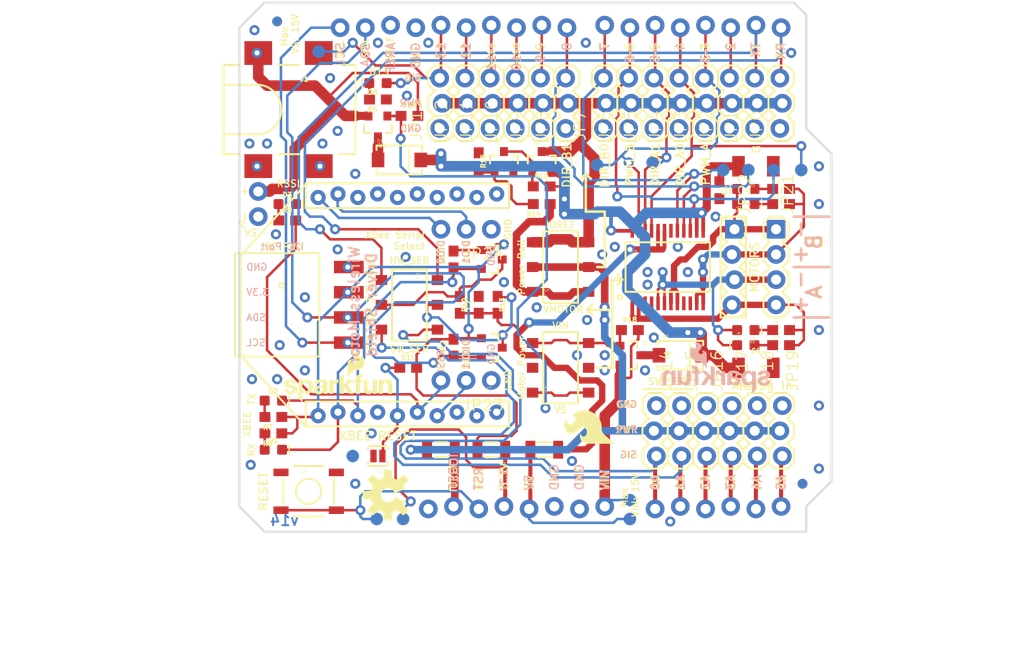
<source format=kicad_pcb>
(kicad_pcb (version 20211014) (generator pcbnew)
  (layers (0 "F.Cu" signal) (1 "In1.Cu" signal) (2 "In2.Cu" signal) (31 "B.Cu" signal) (34 "B.Paste" user) (35 "F.Paste" user) (36 "B.SilkS" user "B.Silkscreen") (37 "F.SilkS" user "F.Silkscreen") (38 "B.Mask" user) (39 "F.Mask" user) (44 "Edge.Cuts" user))
  (net 0 "")
  (net 1 "GND")
  (net 2 "D12")
  (net 3 "D13")
  (net 4 "PWMA")
  (net 5 "VIN")
  (net 6 "N$3")
  (net 7 "N$5")
  (net 8 "N$8")
  (net 9 "N$9")
  (net 10 "D10")
  (net 11 "D2")
  (net 12 "A5")
  (net 13 "A4")
  (net 14 "A2")
  (net 15 "AOUT1")
  (net 16 "AOUT2")
  (net 17 "BOUT2")
  (net 18 "BOUT1")
  (net 19 "BIN1")
  (net 20 "AIN2")
  (net 21 "AIN1")
  (net 22 "D11")
  (net 23 "RESET")
  (net 24 "A3")
  (net 25 "N$1")
  (net 26 "FUSED_5V")
  (net 27 "PWR_RAIL")
  (net 28 "SDA")
  (net 29 "SCL")
  (net 30 "BIN2")
  (net 31 "N$22")
  (net 32 "N$43")
  (net 33 "RSSI")
  (net 34 "N$44")
  (net 35 "A1/SW_TXO")
  (net 36 "A0/SW_RXI")
  (net 37 "XBEE_TXO")
  (net 38 "XBEE_RXI")
  (net 39 "XBEE_RESET")
  (net 40 "DOUT")
  (net 41 "DIN")
  (net 42 "FUSED_3.3V")
  (net 43 "D0/RXI")
  (net 44 "D1/TXO")
  (net 45 "DIO11")
  (net 46 "DIO0")
  (net 47 "DIO1")
  (net 48 "5V")
  (net 49 "3.3V")
  (net 50 "D9")
  (net 51 "PWMB")
  (net 52 "IOREF")
  (net 53 "FUSED_IOREF")
  (net 54 "N$2")
  (net 55 "N$11")
  (net 56 "N$13")
  (net 57 "VMOTOR")
  (net 58 "N$10")
  (net 59 "N$12")
  (net 60 "N$4")
  (net 61 "N$15")
  (net 62 "N$16")
  (net 63 "N$14")
  (footprint "boardEagle:1X04_LOCK@1" (layer "F.Cu") (at 168.4401 101.1936 -90)
    (fp_text reference "JP22")
    (fp_text value "")
  )
  (footprint "boardEagle:PTC-1206" (layer "F.Cu") (at 144.0561 123.4186 180)
    (fp_text reference "F3")
    (fp_text value "")
  )
  (footprint "boardEagle:CREATIVE_COMMONS" (layer "F.Cu") (at 114.8461 141.8336)
    (fp_text reference "FRAME1" hide)
    (fp_text value "FRAME-LEDGER" hide)
  )
  (footprint "boardEagle:OSHW-LOGO-M" (layer "F.Cu") (at 133.6421 127.9906 90)
    (fp_text reference "LOGO1" hide)
    (fp_text value "OSHW-LOGOM" hide)
  )
  (footprint "boardEagle:1X02_NO_SILK" (layer "F.Cu") (at 120.5611 99.9236 90)
    (fp_text reference "J3")
    (fp_text value "")
  )
  (footprint "boardEagle:0603" (layer "F.Cu") (at 173.2661 98.6536)
    (fp_text reference "R3")
    (fp_text value "1k")
  )
  (footprint "boardEagle:SOT23-3" (layer "F.Cu") (at 144.0561 113.1316 -90)
    (fp_text reference "Q2")
    (fp_text value "MOSFET-NCHANNELBSS138")
  )
  (footprint "boardEagle:0603" (layer "F.Cu") (at 142.7861 108.8136 90)
    (fp_text reference "C2")
    (fp_text value "0.1uF")
  )
  (footprint "boardEagle:0603" (layer "F.Cu") (at 142.7861 94.3356 -90)
    (fp_text reference "R15")
    (fp_text value "10k")
  )
  (footprint "boardEagle:1X03_LOCK" (layer "F.Cu") (at 155.4861 91.0336 90)
    (fp_text reference "JP7")
    (fp_text value "D7")
  )
  (footprint "boardEagle:0603" (layer "F.Cu") (at 149.1361 96.8756)
    (fp_text reference "R16")
    (fp_text value "10k")
  )
  (footprint "boardEagle:1X03_NO_SILK" (layer "F.Cu") (at 144.0561 116.4336 180)
    (fp_text reference "JP23")
    (fp_text value "")
  )
  (footprint "boardEagle:1X03_LOCK" (layer "F.Cu") (at 163.1061 118.9736 -90)
    (fp_text reference "JP15")
    (fp_text value "A1")
  )
  (footprint "boardEagle:SFE_LOGO_NAME_FLAME_.1" (layer "F.Cu") (at 122.7201 118.7196)
    (fp_text reference "LOGO2" hide)
    (fp_text value "SFE_LOGO_NAME_FLAME.1_INCH" hide)
  )
  (footprint "boardEagle:1X03_LOCK" (layer "F.Cu") (at 168.1861 91.0336 90)
    (fp_text reference "JP2")
    (fp_text value "D2")
  )
  (footprint "boardEagle:UNO_R3_SHIELD_NOLABELS_LOCK" (layer "F.Cu") (at 118.6561 78.3336 -90)
    (fp_text reference "U2" hide)
    (fp_text value "ARDUINO" hide)
  )
  (footprint "boardEagle:0603" (layer "F.Cu") (at 122.0851 120.1166 180)
    (fp_text reference "R7")
    (fp_text value "1k")
  )
  (footprint "boardEagle:1X03_LOCK" (layer "F.Cu") (at 160.5661 91.0336 90)
    (fp_text reference "JP5")
    (fp_text value "D5")
  )
  (footprint "boardEagle:0603" (layer "F.Cu") (at 173.2661 112.8776)
    (fp_text reference "R2")
    (fp_text value "1k")
  )
  (footprint "boardEagle:AYZ0202" (layer "F.Cu") (at 151.0411 105.0036 90)
    (fp_text reference "S1")
    (fp_text value "")
  )
  (footprint "boardEagle:0603" (layer "F.Cu") (at 122.0851 121.7676 180)
    (fp_text reference "R6")
    (fp_text value "1k")
  )
  (footprint "boardEagle:1X03_LOCK" (layer "F.Cu") (at 141.5161 91.0336 90)
    (fp_text reference "JP12")
    (fp_text value "D12")
  )
  (footprint "boardEagle:1X03_LOCK" (layer "F.Cu") (at 160.5661 118.9736 -90)
    (fp_text reference "JP14")
    (fp_text value "A0")
  )
  (footprint "boardEagle:1X04_SMD_RA_FEMALE" (layer "F.Cu") (at 122.4661 108.8136 -90)
    (fp_text reference "J2")
    (fp_text value "")
  )
  (footprint "boardEagle:POWER_JACK_SMD" (layer "F.Cu") (at 120.5611 89.1286)
    (fp_text reference "J1")
    (fp_text value "5.5x2.1mm Barrel")
  )
  (footprint "boardEagle:AYZ0202" (layer "F.Cu") (at 151.0411 115.1636 90)
    (fp_text reference "S3")
    (fp_text value "")
  )
  (footprint "boardEagle:0603" (layer "F.Cu") (at 173.2661 97.1296)
    (fp_text reference "R4")
    (fp_text value "1k")
  )
  (footprint "boardEagle:LED-0603" (layer "F.Cu") (at 169.7101 98.6536)
    (fp_text reference "D6")
    (fp_text value "BLUE")
  )
  (footprint "boardEagle:0603" (layer "F.Cu") (at 158.0261 111.3536)
    (fp_text reference "R18")
    (fp_text value "10k")
  )
  (footprint "boardEagle:SSOP24" (layer "F.Cu") (at 161.8361 105.0036)
    (fp_text reference "U3")
    (fp_text value "TB6612FNG")
  )
  (footprint "boardEagle:0603" (layer "F.Cu") (at 135.8011 89.7636)
    (fp_text reference "R17")
    (fp_text value "10k")
  )
  (footprint "boardEagle:LED-0603" (layer "F.Cu") (at 122.0851 123.4186)
    (fp_text reference "D1")
    (fp_text value "Yellow")
  )
  (footprint "boardEagle:PTC-1206" (layer "F.Cu") (at 149.3901 123.4186)
    (fp_text reference "F2")
    (fp_text value "")
  )
  (footprint "boardEagle:1X03_LOCK" (layer "F.Cu") (at 165.6461 118.9736 -90)
    (fp_text reference "JP16")
    (fp_text value "A2")
  )
  (footprint "boardEagle:LED-0603" (layer "F.Cu") (at 169.7101 97.1296 180)
    (fp_text reference "D7")
    (fp_text value "Yellow")
  )
  (footprint "boardEagle:TACTILE-SWITCH-SMD" (layer "F.Cu") (at 125.6411 127.6096)
    (fp_text reference "S4")
    (fp_text value "RESET")
  )
  (footprint "boardEagle:0603" (layer "F.Cu") (at 123.4821 100.3046)
    (fp_text reference "R8")
    (fp_text value "1k")
  )
  (footprint "boardEagle:1X03_LOCK" (layer "F.Cu") (at 149.1361 91.0336 90)
    (fp_text reference "JP9")
    (fp_text value "D9")
  )
  (footprint "boardEagle:0603" (layer "F.Cu") (at 140.8811 108.8136 -90)
    (fp_text reference "R10")
    (fp_text value "1k")
  )
  (footprint "boardEagle:1X03_LOCK" (layer "F.Cu") (at 170.7261 91.0336 90)
    (fp_text reference "JP1")
    (fp_text value "D1")
  )
  (footprint "boardEagle:FIDUCIAL-1X2" (layer "F.Cu") (at 175.4251 126.8476)
    (fp_text reference "FID2" hide)
    (fp_text value "FIDUCIAL1X2" hide)
  )
  (footprint "boardEagle:LED-0603" (layer "F.Cu") (at 122.0851 118.4656)
    (fp_text reference "D2")
    (fp_text value "GREEN")
  )
  (footprint "boardEagle:1210" (layer "F.Cu") (at 170.7261 115.1636)
    (fp_text reference "C4")
    (fp_text value "10uF")
  )
  (footprint "boardEagle:0603" (layer "F.Cu") (at 144.6911 108.8136 -90)
    (fp_text reference "R13")
    (fp_text value "1k")
  )
  (footprint "boardEagle:1X03_LOCK" (layer "F.Cu") (at 163.1061 91.0336 90)
    (fp_text reference "JP4")
    (fp_text value "D4")
  )
  (footprint "boardEagle:0603" (layer "F.Cu") (at 149.1361 98.6536 180)
    (fp_text reference "R14")
    (fp_text value "1k")
  )
  (footprint "boardEagle:0603" (layer "F.Cu") (at 173.2661 111.3536)
    (fp_text reference "R1")
    (fp_text value "1k")
  )
  (footprint "boardEagle:SJ_2S-NO" (layer "F.Cu") (at 132.6261 124.0536 180)
    (fp_text reference "SJ5")
    (fp_text value "")
  )
  (footprint "boardEagle:1X03_LOCK" (layer "F.Cu") (at 165.6461 91.0336 90)
    (fp_text reference "JP3")
    (fp_text value "D3")
  )
  (footprint "boardEagle:SOT23-3" (layer "F.Cu") (at 144.0561 104.2416 -90)
    (fp_text reference "Q1")
    (fp_text value "MOSFET-NCHANNELBSS138")
  )
  (footprint "boardEagle:LED-0603" (layer "F.Cu") (at 132.6261 86.4616 180)
    (fp_text reference "D8")
    (fp_text value "GREEN")
  )
  (footprint "boardEagle:1210" (layer "F.Cu") (at 170.7261 94.8436)
    (fp_text reference "C3")
    (fp_text value "10uF")
  )
  (footprint "boardEagle:SFE_LOGO_FLAME_.2" (layer "F.Cu") (at 156.7561 123.1646 90)
    (fp_text reference "LOGO3" hide)
    (fp_text value "SFE_LOGO_FLAME.2_INCH" hide)
  )
  (footprint "boardEagle:LED-0603" (layer "F.Cu") (at 123.4821 98.6536)
    (fp_text reference "D3")
    (fp_text value "RED")
  )
  (footprint "boardEagle:AYZ0202" (layer "F.Cu") (at 135.8011 108.8136 -90)
    (fp_text reference "S2")
    (fp_text value "DPDT")
  )
  (footprint "boardEagle:1X03_LOCK" (layer "F.Cu") (at 170.7261 118.9736 -90)
    (fp_text reference "JP18")
    (fp_text value "A4")
  )
  (footprint "boardEagle:PTC-1206" (layer "F.Cu") (at 138.9761 123.4186 180)
    (fp_text reference "F4")
    (fp_text value "")
  )
  (footprint "boardEagle:FIDUCIAL-1X2" (layer "F.Cu") (at 122.4661 80.2386)
    (fp_text reference "FID1" hide)
    (fp_text value "FIDUCIAL1X2" hide)
  )
  (footprint "boardEagle:0603" (layer "F.Cu") (at 167.0431 97.2566 -90)
    (fp_text reference "C1")
    (fp_text value "0.1uF")
  )
  (footprint "boardEagle:XBEE-1_LOCK" (layer "F.Cu") (at 146.5961 108.8136 90)
    (fp_text reference "U1")
    (fp_text value "XBEE-1XBEE-1_LOCK")
  )
  (footprint "boardEagle:0603" (layer "F.Cu") (at 132.6261 88.1126 180)
    (fp_text reference "R5")
    (fp_text value "330")
  )
  (footprint "boardEagle:1X03_LOCK" (layer "F.Cu") (at 173.2661 91.0336 90)
    (fp_text reference "JP0")
    (fp_text value "D0")
  )
  (footprint "boardEagle:1X03_LOCK" (layer "F.Cu") (at 138.9761 91.0336 90)
    (fp_text reference "JP13")
    (fp_text value "D13")
  )
  (footprint "boardEagle:1X03_NO_SILK" (layer "F.Cu") (at 144.0561 101.1936 180)
    (fp_text reference "JP24")
    (fp_text value "")
  )
  (footprint "boardEagle:0603" (layer "F.Cu") (at 140.2461 113.1316 90)
    (fp_text reference "R12")
    (fp_text value "1k")
  )
  (footprint "boardEagle:SMA-DIODE" (layer "F.Cu") (at 163.1061 113.8936)
    (fp_text reference "D10")
    (fp_text value "B340A")
  )
  (footprint "boardEagle:1X03_LOCK" (layer "F.Cu") (at 158.0261 91.0336 90)
    (fp_text reference "JP6")
    (fp_text value "D6")
  )
  (footprint "boardEagle:SMA-DIODE" (layer "F.Cu") (at 134.7851 94.2086)
    (fp_text reference "D9")
    (fp_text value "B340A")
  )
  (footprint "boardEagle:SOT23-3" (layer "F.Cu") (at 145.3261 94.4626)
    (fp_text reference "Q3")
    (fp_text value "MMBT2222A")
  )
  (footprint "boardEagle:1X03_LOCK" (layer "F.Cu") (at 151.6761 91.0336 90)
    (fp_text reference "JP8")
    (fp_text value "D8")
  )
  (footprint "boardEagle:SOT23-3" (layer "F.Cu") (at 149.1361 94.4626)
    (fp_text reference "Q4")
    (fp_text value "DMG2307L")
  )
  (footprint "boardEagle:SOT23-3" (layer "F.Cu") (at 158.0261 113.8936 -90)
    (fp_text reference "Q6")
    (fp_text value "DMG2307L")
  )
  (footprint "boardEagle:SOT23-3" (layer "F.Cu") (at 132.6261 90.7796 180)
    (fp_text reference "Q5")
    (fp_text value "DMG2307L")
  )
  (footprint "boardEagle:1X03_LOCK" (layer "F.Cu") (at 144.0561 91.0336 90)
    (fp_text reference "JP11")
    (fp_text value "D11")
  )
  (footprint "boardEagle:0603" (layer "F.Cu") (at 135.6741 115.1636)
    (fp_text reference "R11")
    (fp_text value "1k")
  )
  (footprint "boardEagle:1X03_LOCK" (layer "F.Cu") (at 173.2661 118.9736 -90)
    (fp_text reference "JP19")
    (fp_text value "A5")
  )
  (footprint "boardEagle:LED-0603" (layer "F.Cu") (at 169.7101 111.3536)
    (fp_text reference "D4")
    (fp_text value "BLUE")
  )
  (footprint "boardEagle:1X04@1" (layer "F.Cu") (at 172.7581 101.1936 -90)
    (fp_text reference "JP21")
    (fp_text value "")
  )
  (footprint "boardEagle:0603" (layer "F.Cu") (at 140.2461 104.2416 90)
    (fp_text reference "R9")
    (fp_text value "1k")
  )
  (footprint "boardEagle:1X03_LOCK" (layer "F.Cu") (at 146.5961 91.0336 90)
    (fp_text reference "JP10")
    (fp_text value "D10")
  )
  (footprint "boardEagle:1X03_LOCK" (layer "F.Cu") (at 168.1861 118.9736 -90)
    (fp_text reference "JP17")
    (fp_text value "A3")
  )
  (footprint "boardEagle:LED-0603" (layer "F.Cu") (at 169.7101 112.8776 180)
    (fp_text reference "D5")
    (fp_text value "Yellow")
  )
  (footprint "boardEagle:PAD.03X.05" (layer "B.Cu") (at 167.4241 95.2246 90)
    (fp_text reference "TP4" hide)
    (fp_text value "" hide)
  )
  (footprint "boardEagle:PAD.03X.05" (layer "B.Cu") (at 158.0261 128.4986 180)
    (fp_text reference "TP10" hide)
    (fp_text value "" hide)
  )
  (footprint "boardEagle:PAD.03X.05" (layer "B.Cu") (at 132.4991 130.4036 180)
    (fp_text reference "TP12" hide)
    (fp_text value "" hide)
  )
  (footprint "boardEagle:FIDUCIAL-1X2" (layer "B.Cu") (at 175.4251 126.8476 180)
    (fp_text reference "FID4" hide)
    (fp_text value "FIDUCIAL1X2" hide)
  )
  (footprint "boardEagle:PAD.03X.05" (layer "B.Cu") (at 126.6571 83.2866)
    (fp_text reference "TP7" hide)
    (fp_text value "" hide)
  )
  (footprint "boardEagle:PAD.03X.05" (layer "B.Cu") (at 172.5041 95.2246)
    (fp_text reference "TP6" hide)
    (fp_text value "" hide)
  )
  (footprint "boardEagle:PAD.03X.05" (layer "B.Cu") (at 158.0261 130.4036 90)
    (fp_text reference "TP8" hide)
    (fp_text value "" hide)
  )
  (footprint "boardEagle:PAD.03X.05" (layer "B.Cu") (at 169.9641 95.2246 90)
    (fp_text reference "TP5" hide)
    (fp_text value "" hide)
  )
  (footprint "boardEagle:PAD.03X.05" (layer "B.Cu") (at 175.2981 95.2246 90)
    (fp_text reference "TP1" hide)
    (fp_text value "" hide)
  )
  (footprint "boardEagle:PAD.03X.05" (layer "B.Cu") (at 160.3121 94.4626 90)
    (fp_text reference "TP2" hide)
    (fp_text value "" hide)
  )
  (footprint "boardEagle:SFE_LOGO_NAME_FLAME_.1" (layer "B.Cu") (at 172.6311 117.8306 180)
    (fp_text reference "LOGO4" hide)
    (fp_text value "SFE_LOGO_NAME_FLAME.1_INCH" hide)
  )
  (footprint "boardEagle:PAD.03X.05" (layer "B.Cu") (at 154.7241 94.7166 90)
    (fp_text reference "TP3" hide)
    (fp_text value "" hide)
  )
  (footprint "boardEagle:FIDUCIAL-1X2" (layer "B.Cu") (at 122.4661 80.2386 180)
    (fp_text reference "FID3" hide)
    (fp_text value "FIDUCIAL1X2" hide)
  )
  (footprint "boardEagle:PAD.03X.05" (layer "B.Cu") (at 130.0861 124.0536 180)
    (fp_text reference "TP9" hide)
    (fp_text value "" hide)
  )
  (footprint "boardEagle:PAD.03X.05" (layer "B.Cu") (at 135.1661 130.4036 180)
    (fp_text reference "TP11" hide)
    (fp_text value "" hide)
  )
  (gr_line (start 178.0921 105.0036) (end 174.5361 105.0036) (layer "B.SilkS") (width 0.254))
  (gr_line (start 178.0921 99.9236) (end 174.5361 99.9236) (layer "B.SilkS") (width 0.254))
  (gr_line (start 178.0921 110.0836) (end 174.5361 110.0836) (layer "B.SilkS") (width 0.254))
  (gr_line (start 169.7101 99.9236) (end 167.1701 99.9236) (layer "F.SilkS") (width 0.2032))
  (gr_line (start 118.7831 103.8606) (end 118.7831 113.8936) (layer "F.SilkS") (width 0.2032))
  (gr_line (start 156.2481 106.2736) (end 157.2641 106.2736) (layer "F.SilkS") (width 0.254))
  (gr_line (start 167.1701 110.0836) (end 169.7101 110.0836) (layer "F.SilkS") (width 0.2032))
  (gr_line (start 156.2481 115.1636) (end 156.2481 109.3216) (layer "F.SilkS") (width 0.254))
  (gr_line (start 156.2481 109.3216) (end 153.7081 109.3216) (layer "F.SilkS") (width 0.254))
  (gr_line (start 153.5811 99.4156) (end 153.5811 95.6056) (layer "F.SilkS") (width 0.254))
  (gr_line (start 153.5811 95.6056) (end 153.0731 96.1136) (layer "F.SilkS") (width 0.254))
  (gr_line (start 155.4861 105.0036) (end 155.4861 99.4156) (layer "F.SilkS") (width 0.254))
  (gr_line (start 178.0921 110.0836) (end 174.5361 110.0836) (layer "F.SilkS") (width 0.254))
  (gr_line (start 153.7081 109.3216) (end 154.2161 109.8296) (layer "F.SilkS") (width 0.254))
  (gr_line (start 155.4861 99.4156) (end 153.5811 99.4156) (layer "F.SilkS") (width 0.254))
  (gr_line (start 159.2961 117.3226) (end 164.3761 117.3226) (layer "F.SilkS") (width 0.2032))
  (gr_line (start 153.7081 109.3216) (end 154.2161 108.8136) (layer "F.SilkS") (width 0.254))
  (gr_line (start 125.3871 96.6216) (end 118.7831 103.8606) (layer "F.SilkS") (width 0.2032))
  (gr_line (start 169.7101 110.0836) (end 169.7101 99.9236) (layer "F.SilkS") (width 0.2032))
  (gr_line (start 154.7241 115.1636) (end 156.2481 115.1636) (layer "F.SilkS") (width 0.254))
  (gr_line (start 154.7241 105.0036) (end 155.4861 105.0036) (layer "F.SilkS") (width 0.254))
  (gr_line (start 157.2641 106.2736) (end 156.7561 106.7816) (layer "F.SilkS") (width 0.254))
  (gr_line (start 156.2481 109.3216) (end 156.2481 106.2736) (layer "F.SilkS") (width 0.254))
  (gr_line (start 167.1701 99.9236) (end 167.1701 110.0836) (layer "F.SilkS") (width 0.2032))
  (gr_line (start 153.5811 95.6056) (end 154.0891 96.1136) (layer "F.SilkS") (width 0.254))
  (gr_line (start 178.0921 105.0036) (end 174.5361 105.0036) (layer "F.SilkS") (width 0.254))
  (gr_line (start 157.2641 106.2736) (end 156.7561 105.7656) (layer "F.SilkS") (width 0.254))
  (gr_line (start 118.7831 113.8936) (end 125.3871 121.1326) (layer "F.SilkS") (width 0.2032))
  (gr_line (start 178.0921 99.9236) (end 174.5361 99.9236) (layer "F.SilkS") (width 0.254))
  (gr_line (start 175.8061 131.6736) (end 175.8061 129.1336) (layer "Edge.Cuts") (width 0.2032))
  (gr_line (start 175.8061 91.0336) (end 175.8061 79.6036) (layer "Edge.Cuts") (width 0.2032))
  (gr_line (start 121.1961 131.6736) (end 175.8061 131.6736) (layer "Edge.Cuts") (width 0.2032))
  (gr_line (start 121.1961 78.3336) (end 118.6561 80.8736) (layer "Edge.Cuts") (width 0.2032))
  (gr_line (start 121.1961 78.3336) (end 174.5361 78.3336) (layer "Edge.Cuts") (width 0.2032))
  (gr_line (start 175.8061 129.1336) (end 178.3461 126.5936) (layer "Edge.Cuts") (width 0.2032))
  (gr_line (start 178.3461 126.5936) (end 178.3461 93.5736) (layer "Edge.Cuts") (width 0.2032))
  (gr_line (start 178.3461 93.5736) (end 175.8061 91.0336) (layer "Edge.Cuts") (width 0.2032))
  (gr_line (start 175.8061 79.6036) (end 174.5361 78.3336) (layer "Edge.Cuts") (width 0.2032))
  (gr_line (start 118.6561 80.8736) (end 118.6561 129.1336) (layer "Edge.Cuts") (width 0.2032))
  (gr_line (start 118.6561 129.1336) (end 121.1961 131.6736) (layer "Edge.Cuts") (width 0.2032))
  (gr_text "v14" (at 124.7521 131.1656) (layer "B.Cu") (effects (font (size 1.0795 1.0795) (thickness 0.1905)) (justify left bottom mirror)))
  (gr_text "+" (at 176.0601 103.7336 -270) (layer "B.SilkS") (effects (font (size 1.5113 1.5113) (thickness 0.2667)) (justify bottom mirror)))
  (gr_text " Wireless Motor \nDriver Shield" (at 131.1021 108.8136 -270) (layer "B.SilkS") (effects (font (size 1.0795 1.0795) (thickness 0.1905)) (justify mirror)))
  (gr_text "GND" (at 119.2911 105.0036) (layer "B.SilkS") (effects (font (size 0.69088 0.69088) (thickness 0.12192)) (justify right mirror)))
  (gr_text "TX" (at 170.7261 82.2706 -270) (layer "B.SilkS") (effects (font (size 0.8636 0.8636) (thickness 0.1524)) (justify left mirror)))
  (gr_text "SDA" (at 131.3561 82.2706 -270) (layer "B.SilkS") (effects (font (size 0.8636 0.8636) (thickness 0.1524)) (justify left mirror)))
  (gr_text "DIO11" (at 141.5161 115.4176 -270) (layer "B.SilkS") (effects (font (size 0.69088 0.69088) (thickness 0.12192)) (justify right mirror)))
  (gr_text "DIO1" (at 141.5161 102.2096 -270) (layer "B.SilkS") (effects (font (size 0.69088 0.69088) (thickness 0.12192)) (justify left mirror)))
  (gr_text "SCL" (at 119.2911 112.6236) (layer "B.SilkS") (effects (font (size 0.69088 0.69088) (thickness 0.12192)) (justify right mirror)))
  (gr_text "~~10" (at 146.5961 82.2706 -270) (layer "B.SilkS") (effects (font (size 0.8636 0.8636) (thickness 0.1524)) (justify left mirror)))
  (gr_text "VIN" (at 155.4861 127.6096 -270) (layer "B.SilkS") (effects (font (size 0.8636 0.8636) (thickness 0.1524)) (justify right mirror)))
  (gr_text "A0" (at 160.5661 127.6096 -270) (layer "B.SilkS") (effects (font (size 0.8636 0.8636) (thickness 0.1524)) (justify right mirror)))
  (gr_text "GND" (at 158.7881 118.8466) (layer "B.SilkS") (effects (font (size 0.69088 0.69088) (thickness 0.12192)) (justify left mirror)))
  (gr_text "AREF" (at 133.8961 82.2706 -270) (layer "B.SilkS") (effects (font (size 0.8636 0.8636) (thickness 0.1524)) (justify left mirror)))
  (gr_text "GND" (at 144.0561 102.7176 -270) (layer "B.SilkS") (effects (font (size 0.69088 0.69088) (thickness 0.12192)) (justify left mirror)))
  (gr_text "12" (at 141.5161 82.2706 -270) (layer "B.SilkS") (effects (font (size 0.8636 0.8636) (thickness 0.1524)) (justify left mirror)))
  (gr_text "SIG" (at 158.7881 123.9266) (layer "B.SilkS") (effects (font (size 0.69088 0.69088) (thickness 0.12192)) (justify left mirror)))
  (gr_text "A1" (at 163.1061 127.6096 -270) (layer "B.SilkS") (effects (font (size 0.8636 0.8636) (thickness 0.1524)) (justify right mirror)))
  (gr_text "~~3" (at 165.6461 82.2706 -270) (layer "B.SilkS") (effects (font (size 0.8636 0.8636) (thickness 0.1524)) (justify left mirror)))
  (gr_text "~~5" (at 160.5661 82.2706 -270) (layer "B.SilkS") (effects (font (size 0.8636 0.8636) (thickness 0.1524)) (justify left mirror)))
  (gr_text "SIG" (at 137.0711 85.9536) (layer "B.SilkS") (effects (font (size 0.69088 0.69088) (thickness 0.12192)) (justify left mirror)))
  (gr_text "3.3V" (at 145.3261 127.6096 -270) (layer "B.SilkS") (effects (font (size 0.69088 0.69088) (thickness 0.12192)) (justify right mirror)))
  (gr_text "A5" (at 173.2661 127.6096 -270) (layer "B.SilkS") (effects (font (size 0.8636 0.8636) (thickness 0.1524)) (justify right mirror)))
  (gr_text "13" (at 138.9761 82.2706 -270) (layer "B.SilkS") (effects (font (size 0.8636 0.8636) (thickness 0.1524)) (justify left mirror)))
  (gr_text "PWR" (at 137.0711 88.4936) (layer "B.SilkS") (effects (font (size 0.69088 0.69088) (thickness 0.12192)) (justify left mirror)))
  (gr_text "8" (at 151.6761 82.2706 -270) (layer "B.SilkS") (effects (font (size 0.8636 0.8636) (thickness 0.1524)) (justify left mirror)))
  (gr_text "A3" (at 168.1861 127.6096 -270) (layer "B.SilkS") (effects (font (size 0.8636 0.8636) (thickness 0.1524)) (justify right mirror)))
  (gr_text "GND" (at 150.4061 127.6096 -270) (layer "B.SilkS") (effects (font (size 0.8636 0.8636) (thickness 0.1524)) (justify right mirror)))
  (gr_text "GND" (at 152.9461 127.6096 -270) (layer "B.SilkS") (effects (font (size 0.8636 0.8636) (thickness 0.1524)) (justify right mirror)))
  (gr_text "RX" (at 173.2661 82.2706 -270) (layer "B.SilkS") (effects (font (size 0.8636 0.8636) (thickness 0.1524)) (justify left mirror)))
  (gr_text "DIO0" (at 138.9761 102.2096 -270) (layer "B.SilkS") (effects (font (size 0.69088 0.69088) (thickness 0.12192)) (justify left mirror)))
  (gr_text "4" (at 163.1061 82.2706 -270) (layer "B.SilkS") (effects (font (size 0.8636 0.8636) (thickness 0.1524)) (justify left mirror)))
  (gr_text "GND" (at 136.4361 82.2706 -270) (layer "B.SilkS") (effects (font (size 0.8636 0.8636) (thickness 0.1524)) (justify left mirror)))
  (gr_text "-" (at 176.0601 106.2736 -270) (layer "B.SilkS") (effects (font (size 1.5113 1.5113) (thickness 0.2667)) (justify bottom mirror)))
  (gr_text "RSSI" (at 138.9761 115.6716 -270) (layer "B.SilkS") (effects (font (size 0.69088 0.69088) (thickness 0.12192)) (justify right mirror)))
  (gr_text "7" (at 155.4861 82.2706 -270) (layer "B.SilkS") (effects (font (size 0.8636 0.8636) (thickness 0.1524)) (justify left mirror)))
  (gr_text "~~9" (at 149.0091 82.2706 -270) (layer "B.SilkS") (effects (font (size 0.8636 0.8636) (thickness 0.1524)) (justify left mirror)))
  (gr_text "A" (at 177.4571 107.5436 -270) (layer "B.SilkS") (effects (font (size 1.5113 1.5113) (thickness 0.2667)) (justify bottom mirror)))
  (gr_text "I2C Port" (at 122.9741 103.3526) (layer "B.SilkS") (effects (font (size 0.69088 0.69088) (thickness 0.12192)) (justify bottom mirror)))
  (gr_text "GND" (at 137.0711 91.0336) (layer "B.SilkS") (effects (font (size 0.69088 0.69088) (thickness 0.12192)) (justify left mirror)))
  (gr_text "GND" (at 144.0561 114.9096 -270) (layer "B.SilkS") (effects (font (size 0.69088 0.69088) (thickness 0.12192)) (justify right mirror)))
  (gr_text "B" (at 177.4571 102.4636 -270) (layer "B.SilkS") (effects (font (size 1.5113 1.5113) (thickness 0.2667)) (justify bottom mirror)))
  (gr_text "-" (at 176.0601 101.1936 -270) (layer "B.SilkS") (effects (font (size 1.5113 1.5113) (thickness 0.2667)) (justify bottom mirror)))
  (gr_text "RST" (at 142.7861 127.6096 -270) (layer "B.SilkS") (effects (font (size 0.8636 0.8636) (thickness 0.1524)) (justify right mirror)))
  (gr_text "5V" (at 147.8661 127.6096 -270) (layer "B.SilkS") (effects (font (size 0.8636 0.8636) (thickness 0.1524)) (justify right mirror)))
  (gr_text "A4" (at 170.8531 127.6096 -270) (layer "B.SilkS") (effects (font (size 0.8636 0.8636) (thickness 0.1524)) (justify right mirror)))
  (gr_text "A2" (at 165.6461 127.6096 -270) (layer "B.SilkS") (effects (font (size 0.8636 0.8636) (thickness 0.1524)) (justify right mirror)))
  (gr_text "2" (at 168.1861 82.2706 -270) (layer "B.SilkS") (effects (font (size 0.8636 0.8636) (thickness 0.1524)) (justify left mirror)))
  (gr_text "~~6" (at 158.0261 82.2706 -270) (layer "B.SilkS") (effects (font (size 0.8636 0.8636) (thickness 0.1524)) (justify left mirror)))
  (gr_text "~~11" (at 144.0561 82.2706 -270) (layer "B.SilkS") (effects (font (size 0.8636 0.8636) (thickness 0.1524)) (justify left mirror)))
  (gr_text "SDA" (at 119.2911 110.0836) (layer "B.SilkS") (effects (font (size 0.69088 0.69088) (thickness 0.12192)) (justify right mirror)))
  (gr_text "SCL" (at 128.8161 82.2706 -270) (layer "B.SilkS") (effects (font (size 0.8636 0.8636) (thickness 0.1524)) (justify left mirror)))
  (gr_text "IOREF" (at 140.2461 127.6096 -270) (layer "B.SilkS") (effects (font (size 0.8636 0.8636) (thickness 0.1524)) (justify right mirror)))
  (gr_text "PWR" (at 158.7881 121.3866) (layer "B.SilkS") (effects (font (size 0.69088 0.69088) (thickness 0.12192)) (justify left mirror)))
  (gr_text "+" (at 176.0601 108.8136 -270) (layer "B.SilkS") (effects (font (size 1.5113 1.5113) (thickness 0.2667)) (justify bottom mirror)))
  (gr_text "3.3V" (at 119.2911 107.5436) (layer "B.SilkS") (effects (font (size 0.69088 0.69088) (thickness 0.12192)) (justify right mirror)))
  (gr_text "TX" (at 120.3071 118.3386 90) (layer "F.SilkS") (effects (font (size 0.69088 0.69088) (thickness 0.12192)) (justify bottom)))
  (gr_text "I2C Port" (at 122.9741 103.3526) (layer "F.SilkS") (effects (font (size 0.69088 0.69088) (thickness 0.12192)) (justify bottom)))
  (gr_text "-" (at 176.0601 101.1936 90) (layer "F.SilkS") (effects (font (size 1.5113 1.5113) (thickness 0.2667)) (justify bottom)))
  (gr_text "A1" (at 163.1061 127.6096 90) (layer "F.SilkS") (effects (font (size 0.8636 0.8636) (thickness 0.1524)) (justify left)))
  (gr_text "RX" (at 173.2661 82.2706 90) (layer "F.SilkS") (effects (font (size 0.8636 0.8636) (thickness 0.1524)) (justify right)))
  (gr_text "3.3V" (at 145.3261 127.6096 90) (layer "F.SilkS") (effects (font (size 0.8636 0.8636) (thickness 0.1524)) (justify left)))
  (gr_text "A3" (at 168.1861 127.6096 90) (layer "F.SilkS") (effects (font (size 0.8636 0.8636) (thickness 0.1524)) (justify left)))
  (gr_text "DIR_A0" (at 163.1061 92.4306 90) (layer "F.SilkS") (effects (font (size 0.8636 0.8636) (thickness 0.1524)) (justify right)))
  (gr_text "SDA" (at 131.3561 82.0166 90) (layer "F.SilkS") (effects (font (size 0.69088 0.69088) (thickness 0.12192)) (justify right)))
  (gr_text "~~9" (at 149.0091 82.2706 90) (layer "F.SilkS") (effects (font (size 0.8636 0.8636) (thickness 0.1524)) (justify right)))
  (gr_text "RX" (at 120.3071 123.4186 90) (layer "F.SilkS") (effects (font (size 0.69088 0.69088) (thickness 0.12192)) (justify bottom)))
  (gr_text "~~5" (at 160.5661 82.2706 90) (layer "F.SilkS") (effects (font (size 0.8636 0.8636) (thickness 0.1524)) (justify right)))
  (gr_text "~~3" (at 165.6461 82.2706 90) (layer "F.SilkS") (effects (font (size 0.8636 0.8636) (thickness 0.1524)) (justify right)))
  (gr_text "A0" (at 160.5661 127.6096 90) (layer "F.SilkS") (effects (font (size 0.8636 0.8636) (thickness 0.1524)) (justify left)))
  (gr_text "VIN" (at 155.4861 127.6096 90) (layer "F.SilkS") (effects (font (size 0.8636 0.8636) (thickness 0.1524)) (justify left)))
  (gr_text "13" (at 138.9761 82.2706 90) (layer "F.SilkS") (effects (font (size 0.8636 0.8636) (thickness 0.1524)) (justify right)))
  (gr_text "RSSI" (at 138.9761 115.4176 90) (layer "F.SilkS") (effects (font (size 0.69088 0.69088) (thickness 0.12192)) (justify left)))
  (gr_text "Analog In" (at 174.5361 117.4496) (layer "F.SilkS") (effects (font (size 0.8636 0.8636) (thickness 0.1524)) (justify right bottom)))
  (gr_text "PWR" (at 158.9151 121.3866) (layer "F.SilkS") (effects (font (size 0.69088 0.69088) (thickness 0.12192)) (justify right)))
  (gr_text "AREF" (at 133.8961 81.6356 90) (layer "F.SilkS") (effects (font (size 0.69088 0.69088) (thickness 0.12192)) (justify right)))
  (gr_text "B" (at 177.5841 102.4636 90) (layer "F.SilkS") (effects (font (size 1.5113 1.5113) (thickness 0.2667)) (justify bottom)))
  (gr_text "-" (at 176.0601 106.2736 90) (layer "F.SilkS") (effects (font (size 1.5113 1.5113) (thickness 0.2667)) (justify bottom)))
  (gr_text "RST" (at 142.7861 127.6096 90) (layer "F.SilkS") (effects (font (size 0.8636 0.8636) (thickness 0.1524)) (justify left)))
  (gr_text "TX" (at 170.7261 82.2706 90) (layer "F.SilkS") (effects (font (size 0.8636 0.8636) (thickness 0.1524)) (justify right)))
  (gr_text "XBEE RESET" (at 132.6261 122.5296) (layer "F.SilkS") (effects (font (size 0.8636 0.8636) (thickness 0.1524)) (justify bottom)))
  (gr_text "GND" (at 146.1516 116.4336 90) (layer "F.SilkS") (effects (font (size 0.69088 0.69088) (thickness 0.12192)) (justify bottom)))
  (gr_text "~~6" (at 158.0261 82.2706 90) (layer "F.SilkS") (effects (font (size 0.8636 0.8636) (thickness 0.1524)) (justify right)))
  (gr_text "XBEE" (at 119.0371 120.8786 90) (layer "F.SilkS") (effects (font (size 0.69088 0.69088) (thickness 0.12192)) (justify top)))
  (gr_text "Motor Power" (at 147.1041 115.1636 90) (layer "F.SilkS") (effects (font (size 0.69088 0.69088) (thickness 0.12192))))
  (gr_text "GND" (at 131.8641 104.8766 90) (layer "F.SilkS") (effects (font (size 0.69088 0.69088) (thickness 0.12192))))
  (gr_text "VMOTOR" (at 151.2951 108.8517) (layer "F.SilkS") (effects (font (size 0.69088 0.69088) (thickness 0.12192)) (justify top)))
  (gr_text "5V" (at 147.8661 127.6096 90) (layer "F.SilkS") (effects (font (size 0.8636 0.8636) (thickness 0.1524)) (justify left)))
  (gr_text "2" (at 168.1861 82.2706 90) (layer "F.SilkS") (effects (font (size 0.8636 0.8636) (thickness 0.1524)) (justify right)))
  (gr_text "DIR_B1" (at 151.6761 92.4306 90) (layer "F.SilkS") (effects (font (size 0.8636 0.8636) (thickness 0.1524)) (justify right)))
  (gr_text "12" (at 141.5161 82.2706 90) (layer "F.SilkS") (effects (font (size 0.8636 0.8636) (thickness 0.1524)) (justify right)))
  (gr_text "~~11" (at 144.0561 82.2706 90) (layer "F.SilkS") (effects (font (size 0.69088 0.69088) (thickness 0.12192)) (justify right)))
  (gr_text "IOREF" (at 140.2461 127.762 90) (layer "F.SilkS") (effects (font (size 0.69088 0.69088) (thickness 0.12192)) (justify left)))
  (gr_text "SDA" (at 131.8641 110.0836 90) (layer "F.SilkS") (effects (font (size 0.69088 0.69088) (thickness 0.12192))))
  (gr_text "SW_SER" (at 135.8011 113.2586) (layer "F.SilkS") (effects (font (size 0.69088 0.69088) (thickness 0.12192))))
  (gr_text "GND" (at 158.9151 118.8466) (layer "F.SilkS") (effects (font (size 0.69088 0.69088) (thickness 0.12192)) (justify right)))
  (gr_text "PWM_A" (at 165.6461 92.4306 90) (layer "F.SilkS") (effects (font (size 0.8636 0.8636) (thickness 0.1524)) (justify right)))
  (gr_text "SW_SER" (at 161.8361 116.9416) (layer "F.SilkS") (effects (font (size 0.69088 0.69088) (thickness 0.12192)) (justify bottom)))
  (gr_text "GND" (at 136.4361 82.2706 90) (layer "F.SilkS") (effects (font (size 0.8636 0.8636) (thickness 0.1524)) (justify right)))
  (gr_text "DIO1" (at 141.5161 102.2096 90) (layer "F.SilkS") (effects (font (size 0.69088 0.69088) (thickness 0.12192)) (justify right)))
  (gr_text "DIO11" (at 141.5161 115.4176 90) (layer "F.SilkS") (effects (font (size 0.69088 0.69088) (thickness 0.12192)) (justify left)))
  (gr_text "IOREF" (at 151.0411 101.1682) (layer "F.SilkS") (effects (font (size 0.69088 0.69088) (thickness 0.12192)) (justify bottom)))
  (gr_text "A2" (at 165.6461 127.6096 90) (layer "F.SilkS") (effects (font (size 0.8636 0.8636) (thickness 0.1524)) (justify left)))
  (gr_text "RSSI" (at 123.6091 97.0026) (layer "F.SilkS") (effects (font (size 0.69088 0.69088) (thickness 0.12192)) (justify bottom)))
  (gr_text "GND" (at 150.4061 127.6096 90) (layer "F.SilkS") (effects (font (size 0.8636 0.8636) (thickness 0.1524)) (justify left)))
  (gr_text "SIG" (at 137.0711 85.9536) (layer "F.SilkS") (effects (font (size 0.69088 0.69088) (thickness 0.12192)) (justify right)))
  (gr_text "GND" (at 146.1516 101.1936 90) (layer "F.SilkS") (effects (font (size 0.69088 0.69088) (thickness 0.12192)) (justify bottom)))
  (gr_text "4" (at 163.1061 82.2706 90) (layer "F.SilkS") (effects (font (size 0.8636 0.8636) (thickness 0.1524)) (justify right)))
  (gr_text "DIO0" (at 138.9761 102.2096 90) (layer "F.SilkS") (effects (font (size 0.69088 0.69088) (thickness 0.12192)) (justify right)))
  (gr_text "+" (at 119.1641 97.3836 90) (layer "F.SilkS") (effects (font (size 0.69088 0.69088) (thickness 0.12192))))
  (gr_text "SCL" (at 131.8641 112.6236 90) (layer "F.SilkS") (effects (font (size 0.69088 0.69088) (thickness 0.12192))))
  (gr_text "GND" (at 152.9461 127.6096 90) (layer "F.SilkS") (effects (font (size 0.8636 0.8636) (thickness 0.1524)) (justify left)))
  (gr_text "7" (at 155.4861 82.2706 90) (layer "F.SilkS") (effects (font (size 0.8636 0.8636) (thickness 0.1524)) (justify right)))
  (gr_text "Max \nVIN: 15V" (at 158.0261 127.9906 90) (layer "F.SilkS") (effects (font (size 0.69088 0.69088) (thickness 0.12192))))
  (gr_text "XBee Serial\nSelect" (at 137.4521 102.3366) (layer "F.SilkS") (effects (font (size 0.69088 0.69088) (thickness 0.12192)) (justify right)))
  (gr_text "8" (at 151.6761 82.2706 90) (layer "F.SilkS") (effects (font (size 0.8636 0.8636) (thickness 0.1524)) (justify right)))
  (gr_text "DIR_A1" (at 160.5661 92.4306 90) (layer "F.SilkS") (effects (font (size 0.8636 0.8636) (thickness 0.1524)) (justify right)))
  (gr_text "VS" (at 119.7991 101.9556) (layer "F.SilkS") (effects (font (size 0.69088 0.69088) (thickness 0.12192)) (justify bottom)))
  (gr_text "A" (at 177.5841 107.5436 90) (layer "F.SilkS") (effects (font (size 1.5113 1.5113) (thickness 0.2667)) (justify bottom)))
  (gr_text "RESET" (at 121.5771 127.6096 90) (layer "F.SilkS") (effects (font (size 0.8636 0.8636) (thickness 0.1524)) (justify bottom)))
  (gr_text "A4" (at 170.8531 127.6096 90) (layer "F.SilkS") (effects (font (size 0.8636 0.8636) (thickness 0.1524)) (justify left)))
  (gr_text "A5" (at 173.2661 127.6096 90) (layer "F.SilkS") (effects (font (size 0.8636 0.8636) (thickness 0.1524)) (justify left)))
  (gr_text "3.3V" (at 131.8641 107.5436 90) (layer "F.SilkS") (effects (font (size 0.69088 0.69088) (thickness 0.12192))))
  (gr_text "Max \nVS: 15V" (at 123.7361 81.5086 90) (layer "F.SilkS") (effects (font (size 0.69088 0.69088) (thickness 0.12192))))
  (gr_text "GND" (at 137.0711 91.0336) (layer "F.SilkS") (effects (font (size 0.69088 0.69088) (thickness 0.12192)) (justify right)))
  (gr_text "HW_SER" (at 135.8011 104.3686) (layer "F.SilkS") (effects (font (size 0.69088 0.69088) (thickness 0.12192))))
  (gr_text "VS" (at 151.0411 119.0117) (layer "F.SilkS") (effects (font (size 0.69088 0.69088) (thickness 0.12192)) (justify top)))
  (gr_text "VIN" (at 151.0411 111.3155) (layer "F.SilkS") (effects (font (size 0.69088 0.69088) (thickness 0.12192)) (justify bottom)))
  (gr_text "~~10" (at 146.5961 82.2706 90) (layer "F.SilkS") (effects (font (size 0.69088 0.69088) (thickness 0.12192)) (justify right)))
  (gr_text "MOTORS" (at 171.1071 105.0036 90) (layer "F.SilkS") (effects (font (size 0.8636 0.8636) (thickness 0.1524)) (justify bottom)))
  (gr_text "D13" (at 132.7531 85.3186) (layer "F.SilkS") (effects (font (size 0.69088 0.69088) (thickness 0.12192))))
  (gr_text "-" (at 119.1641 99.9236 90) (layer "F.SilkS") (effects (font (size 0.69088 0.69088) (thickness 0.12192))))
  (gr_text "SIG" (at 158.9151 123.9266) (layer "F.SilkS") (effects (font (size 0.69088 0.69088) (thickness 0.12192)) (justify right)))
  (gr_text "Power Rail" (at 147.1041 105.0036 90) (layer "F.SilkS") (effects (font (size 0.69088 0.69088) (thickness 0.12192))))
  (gr_text "DIR_B0" (at 155.4861 92.4306 90) (layer "F.SilkS") (effects (font (size 0.8636 0.8636) (thickness 0.1524)) (justify right)))
  (gr_text "PWR" (at 137.0711 88.4936) (layer "F.SilkS") (effects (font (size 0.69088 0.69088) (thickness 0.12192)) (justify right)))
  (gr_text "+" (at 176.0601 108.8136 90) (layer "F.SilkS") (effects (font (size 1.5113 1.5113) (thickness 0.2667)) (justify bottom)))
  (gr_text "+" (at 176.0601 103.7336 90) (layer "F.SilkS") (effects (font (size 1.5113 1.5113) (thickness 0.2667)) (justify bottom)))
  (gr_text "SCL" (at 128.8161 82.0166 90) (layer "F.SilkS") (effects (font (size 0.69088 0.69088) (thickness 0.12192)) (justify right)))
  (gr_text "PWM_B" (at 158.0261 92.4306 90) (layer "F.SilkS") (effects (font (size 0.8636 0.8636) (thickness 0.1524)) (justify right)))
  (via (at 152.6921 113.8936) (size 1.016) (drill 0.508) (layers "F.Cu" "B.Cu") (net 1))
  (via (at 119.7991 124.9426) (size 1.016) (drill 0.508) (layers "F.Cu" "B.Cu") (net 1))
  (via (at 156.5021 102.9716) (size 1.016) (drill 0.508) (layers "F.Cu" "B.Cu") (net 1))
  (via (at 125.2601 115.4176) (size 1.016) (drill 0.508) (layers "F.Cu" "B.Cu") (net 1))
  (via (at 177.0761 98.6536) (size 1.016) (drill 0.508) (layers "F.Cu" "B.Cu") (net 1))
  (via (at 121.4501 92.5576) (size 1.016) (drill 0.508) (layers "F.Cu" "B.Cu") (net 1))
  (via (at 119.6721 92.5576) (size 1.016) (drill 0.508) (layers "F.Cu" "B.Cu") (net 1))
  (via (at 122.4661 116.3066) (size 1.016) (drill 0.508) (layers "F.Cu" "B.Cu") (net 1))
  (via (at 135.4201 103.9876) (size 1.016) (drill 0.508) (layers "F.Cu" "B.Cu") (net 1))
  (via (at 160.4391 112.1156) (size 1.016) (drill 0.508) (layers "F.Cu" "B.Cu") (net 1))
  (via (at 120.1801 81.1276) (size 1.016) (drill 0.508) (layers "F.Cu" "B.Cu") (net 1))
  (via (at 177.0761 118.9736) (size 1.016) (drill 0.508) (layers "F.Cu" "B.Cu") (net 1))
  (via (at 162.0901 130.6576) (size 1.016) (drill 0.508) (layers "F.Cu" "B.Cu") (net 1))
  (via (at 127.8001 85.9536) (size 1.016) (drill 0.508) (layers "F.Cu" "B.Cu") (net 1))
  (via (at 155.4861 113.8936) (size 1.016) (drill 0.508) (layers "F.Cu" "B.Cu") (net 1))
  (via (at 166.6621 99.9236) (size 1.016) (drill 0.508) (layers "F.Cu" "B.Cu") (net 1))
  (via (at 125.2601 108.0516) (size 1.016) (drill 0.508) (layers "F.Cu" "B.Cu") (net 1))
  (via (at 155.2321 103.7336) (size 1.016) (drill 0.508) (layers "F.Cu" "B.Cu") (net 1))
  (via (at 119.9261 116.3066) (size 1.016) (drill 0.508) (layers "F.Cu" "B.Cu") (net 1))
  (via (at 162.8521 102.9716) (size 1.016) (drill 0.508) (layers "F.Cu" "B.Cu") (net 1))
  (via (at 159.5501 115.4176) (size 1.016) (drill 0.508) (layers "F.Cu" "B.Cu") (net 1))
  (via (at 177.0761 94.8436) (size 1.016) (drill 0.508) (layers "F.Cu" "B.Cu") (net 1))
  (via (at 137.7061 82.3976) (size 1.016) (drill 0.508) (layers "F.Cu" "B.Cu") (net 1))
  (via (at 122.3391 101.7016) (size 1.016) (drill 0.508) (layers "F.Cu" "B.Cu") (net 1))
  (via (at 129.5781 105.0036) (size 1.016) (drill 0.508) (layers "F.Cu" "B.Cu") (net 1))
  (via (at 145.3261 106.5276) (size 1.016) (drill 0.508) (layers "F.Cu" "B.Cu") (net 1))
  (via (at 131.9911 121.7676) (size 1.016) (drill 0.508) (layers "F.Cu" "B.Cu") (net 1))
  (via (at 128.5621 103.2256) (size 1.016) (drill 0.508) (layers "F.Cu" "B.Cu") (net 1))
  (via (at 159.8041 106.7816) (size 1.016) (drill 0.508) (layers "F.Cu" "B.Cu") (net 1))
  (via (at 132.6261 82.3976) (size 1.016) (drill 0.508) (layers "F.Cu" "B.Cu") (net 1))
  (via (at 155.4861 115.4176) (size 1.016) (drill 0.508) (layers "F.Cu" "B.Cu") (net 1))
  (via (at 130.3401 95.6056) (size 1.016) (drill 0.508) (layers "F.Cu" "B.Cu") (net 1))
  (via (at 153.5811 82.3976) (size 1.016) (drill 0.508) (layers "F.Cu" "B.Cu") (net 1))
  (via (at 130.3401 126.8476) (size 1.016) (drill 0.508) (layers "F.Cu" "B.Cu") (net 1))
  (via (at 148.6281 109.0676) (size 1.016) (drill 0.508) (layers "F.Cu" "B.Cu") (net 1))
  (via (at 174.2821 83.4136) (size 1.016) (drill 0.508) (layers "F.Cu" "B.Cu") (net 1))
  (via (at 159.8041 105.5116) (size 1.016) (drill 0.508) (layers "F.Cu" "B.Cu") (net 1))
  (via (at 122.7201 112.8776) (size 1.016) (drill 0.508) (layers "F.Cu" "B.Cu") (net 1))
  (via (at 163.8681 105.5116) (size 1.016) (drill 0.508) (layers "F.Cu" "B.Cu") (net 1))
  (via (at 127.0381 92.5576) (size 1.016) (drill 0.508) (layers "F.Cu" "B.Cu") (net 1))
  (via (at 135.5471 87.7316) (size 1.016) (drill 0.508) (layers "F.Cu" "B.Cu") (net 1))
  (via (at 120.4341 94.8436) (size 1.016) (drill 0.508) (layers "F.Cu" "B.Cu") (net 1))
  (via (at 177.0761 125.3236) (size 1.016) (drill 0.508) (layers "F.Cu" "B.Cu") (net 1))
  (via (at 153.7081 110.3376) (size 1.016) (drill 0.508) (layers "F.Cu" "B.Cu") (net 1))
  (via (at 177.0761 111.3536) (size 1.016) (drill 0.508) (layers "F.Cu" "B.Cu") (net 1))
  (via (at 152.1841 124.5616) (size 1.016) (drill 0.508) (layers "F.Cu" "B.Cu") (net 1))
  (via (at 128.5621 91.2876) (size 1.016) (drill 0.508) (layers "F.Cu" "B.Cu") (net 1))
  (segment (start 141.5161 85.8266) (end 141.3891 85.9536) (width 0.254) (layer "F.Cu") (net 2))
  (segment (start 141.5161 80.8736) (end 141.5161 85.8266) (width 0.254) (layer "F.Cu") (net 2))
  (segment (start 138.9761 85.8266) (end 138.8491 85.9536) (width 0.254) (layer "F.Cu") (net 3))
  (segment (start 134.9121 86.4616) (end 133.5031 86.4616) (width 0.254) (layer "F.Cu") (net 3))
  (segment (start 138.9761 80.6196) (end 138.9761 85.8266) (width 0.254) (layer "F.Cu") (net 3))
  (segment (start 130.0861 82.3976) (end 132.3721 84.6836) (width 0.254) (layer "F.Cu") (net 3))
  (segment (start 137.4521 85.9536) (end 138.8491 85.9536) (width 0.254) (layer "F.Cu") (net 3))
  (segment (start 132.3721 84.6836) (end 136.1821 84.6836) (width 0.254) (layer "F.Cu") (net 3))
  (segment (start 136.1821 84.6836) (end 137.4521 85.9536) (width 0.254) (layer "F.Cu") (net 3))
  (via (at 130.0861 82.3976) (size 1.016) (drill 0.508) (layers "F.Cu" "B.Cu") (net 3))
  (via (at 134.9121 86.4616) (size 1.016) (drill 0.508) (layers "F.Cu" "B.Cu") (net 3))
  (segment (start 135.6741 86.4616) (end 136.1821 85.9536) (width 0.254) (layer "B.Cu") (net 3))
  (segment (start 129.1971 83.2866) (end 130.0861 82.3976) (width 0.254) (layer "B.Cu") (net 3))
  (segment (start 136.1821 85.9536) (end 138.8491 85.9536) (width 0.254) (layer "B.Cu") (net 3))
  (segment (start 126.6571 83.2866) (end 129.1971 83.2866) (width 0.254) (layer "B.Cu") (net 3))
  (segment (start 134.9121 86.4616) (end 135.6741 86.4616) (width 0.254) (layer "B.Cu") (net 3))
  (segment (start 158.9111 101.3476) (end 158.9111 95.4746) (width 0.254) (layer "F.Cu") (net 4))
  (segment (start 165.6461 85.8266) (end 165.5191 85.9536) (width 0.254) (layer "F.Cu") (net 4))
  (segment (start 158.9111 95.4746) (end 157.8991 94.4626) (width 0.254) (layer "F.Cu") (net 4))
  (segment (start 165.6461 80.6196) (end 165.6461 85.8266) (width 0.254) (layer "F.Cu") (net 4))
  (via (at 157.8991 94.4626) (size 1.016) (drill 0.508) (layers "F.Cu" "B.Cu") (net 4))
  (segment (start 167.0431 87.2236) (end 167.0431 87.8586) (width 0.254) (layer "B.Cu") (net 4))
  (segment (start 157.8991 94.4626) (end 157.2006 93.7641) (width 0.254) (layer "B.Cu") (net 4))
  (segment (start 166.7891 89.8906) (end 167.0431 89.6366) (width 0.2032) (layer "B.Cu") (net 4))
  (segment (start 166.7891 91.7956) (end 166.7891 89.8906) (width 0.2032) (layer "B.Cu") (net 4))
  (segment (start 165.7731 85.9536) (end 167.0431 87.2236) (width 0.254) (layer "B.Cu") (net 4))
  (segment (start 154.7241 94.7166) (end 156.2481 94.7166) (width 0.254) (layer "B.Cu") (net 4))
  (segment (start 166.7891 92.4306) (end 166.7891 91.7956) (width 0.254) (layer "B.Cu") (net 4))
  (segment (start 167.0431 89.6366) (end 167.0431 87.8586) (width 0.2032) (layer "B.Cu") (net 4))
  (segment (start 166.1541 93.0656) (end 166.7891 92.4306) (width 0.254) (layer "B.Cu") (net 4))
  (segment (start 157.2006 93.7641) (end 156.2481 94.7166) (width 0.254) (layer "B.Cu") (net 4))
  (segment (start 166.1541 93.0656) (end 157.8991 93.0656) (width 0.254) (layer "B.Cu") (net 4))
  (segment (start 165.5191 85.9536) (end 165.7731 85.9536) (width 0.254) (layer "B.Cu") (net 4))
  (segment (start 157.8991 93.0656) (end 157.2006 93.7641) (width 0.254) (layer "B.Cu") (net 4))
  (segment (start 157.0261 114.8436) (end 157.0261 115.9096) (width 0.8128) (layer "F.Cu") (net 5))
  (segment (start 158.1531 116.0526) (end 158.0261 116.1796) (width 0.254) (layer "F.Cu") (net 5))
  (segment (start 158.8761 111.3536) (end 158.8761 112.2816) (width 0.254) (layer "F.Cu") (net 5))
  (segment (start 158.1531 113.0046) (end 158.1531 116.0526) (width 0.254) (layer "F.Cu") (net 5))
  (segment (start 155.4861 119.9896) (end 155.4861 129.1336) (width 1.0668) (layer "F.Cu") (net 5))
  (segment (start 157.0101 115.9256) (end 157.0101 116.1796) (width 1.0668) (layer "F.Cu") (net 5))
  (segment (start 157.0101 118.4656) (end 155.4861 119.9896) (width 1.0668) (layer "F.Cu") (net 5))
  (segment (start 158.8761 112.2816) (end 158.1531 113.0046) (width 0.254) (layer "F.Cu") (net 5))
  (segment (start 158.0261 116.1796) (end 157.0101 116.1796) (width 0.254) (layer "F.Cu") (net 5))
  (segment (start 157.0261 115.9096) (end 157.0101 115.9256) (width 0.8128) (layer "F.Cu") (net 5))
  (segment (start 157.0101 116.1796) (end 157.0101 118.4656) (width 1.0668) (layer "F.Cu") (net 5))
  (segment (start 156.1211 128.4986) (end 155.4861 129.1336) (width 0.254) (layer "B.Cu") (net 5))
  (segment (start 158.0261 128.4986) (end 156.1211 128.4986) (width 0.254) (layer "B.Cu") (net 5))
  (segment (start 172.4161 112.8776) (end 170.5871 112.8776) (width 0.254) (layer "F.Cu") (net 6))
  (segment (start 172.4161 111.3536) (end 170.5871 111.3536) (width 0.254) (layer "F.Cu") (net 7))
  (segment (start 170.5871 97.1296) (end 172.4161 97.1296) (width 0.254) (layer "F.Cu") (net 8))
  (segment (start 170.5871 98.6536) (end 172.4161 98.6536) (width 0.254) (layer "F.Cu") (net 9))
  (segment (start 146.5961 85.8266) (end 146.4691 85.9536) (width 0.254) (layer "F.Cu") (net 10))
  (segment (start 146.5961 80.8736) (end 146.5961 85.8266) (width 0.254) (layer "F.Cu") (net 10))
  (segment (start 168.1861 80.8736) (end 168.1861 85.8266) (width 0.254) (layer "F.Cu") (net 11))
  (segment (start 168.1861 85.8266) (end 168.0591 85.9536) (width 0.254) (layer "F.Cu") (net 11))
  (segment (start 173.2661 124.1806) (end 173.3931 124.0536) (width 0.4064) (layer "F.Cu") (net 12))
  (segment (start 173.2661 129.1336) (end 173.2661 124.1806) (width 0.4064) (layer "F.Cu") (net 12))
  (segment (start 170.7261 129.3876) (end 170.7261 124.1806) (width 0.4064) (layer "F.Cu") (net 13))
  (segment (start 170.7261 124.1806) (end 170.8531 124.0536) (width 0.4064) (layer "F.Cu") (net 13))
  (segment (start 165.6461 124.1806) (end 165.7731 124.0536) (width 0.4064) (layer "F.Cu") (net 14))
  (segment (start 165.6461 129.3876) (end 165.6461 124.1806) (width 0.4064) (layer "F.Cu") (net 14))
  (segment (start 174.1161 111.3536) (end 175.5521 111.3536) (width 0.254) (layer "F.Cu") (net 15))
  (segment (start 158.7881 110.2106) (end 158.4071 110.2106) (width 0.635) (layer "F.Cu") (net 15))
  (segment (start 168.3131 108.8136) (end 172.7581 108.8136) (width 0.635) (layer "F.Cu") (net 15))
  (segment (start 166.9161 110.2106) (end 158.7881 110.2106) (width 0.635) (layer "F.Cu") (net 15))
  (segment (start 175.5521 109.5756) (end 174.7901 108.8136) (width 0.254) (layer "F.Cu") (net 15))
  (segment (start 168.3131 108.8136) (end 166.9161 110.2106) (width 0.635) (layer "F.Cu") (net 15))
  (segment (start 175.5521 111.3536) (end 175.5521 109.5756) (width 0.254) (layer "F.Cu") (net 15))
  (segment (start 158.9111 110.0876) (end 158.7881 110.2106) (width 0.381) (layer "F.Cu") (net 15))
  (segment (start 174.7901 108.8136) (end 172.7581 108.8136) (width 0.254) (layer "F.Cu") (net 15))
  (segment (start 158.2611 108.6596) (end 158.2611 110.0646) (width 0.381) (layer "F.Cu") (net 15))
  (segment (start 175.5521 112.3696) (end 175.5521 111.3536) (width 0.254) (layer "F.Cu") (net 15))
  (segment (start 174.1161 112.8776) (end 175.0441 112.8776) (width 0.254) (layer "F.Cu") (net 15))
  (segment (start 158.9111 108.6596) (end 158.9111 110.0876) (width 0.381) (layer "F.Cu") (net 15))
  (segment (start 175.0441 112.8776) (end 175.5521 112.3696) (width 0.254) (layer "F.Cu") (net 15))
  (segment (start 158.2611 110.0646) (end 158.2801 110.0836) (width 0.381) (layer "F.Cu") (net 15))
  (segment (start 158.4071 110.2106) (end 158.2801 110.0836) (width 0.635) (layer "F.Cu") (net 15))
  (segment (start 167.4241 112.8776) (end 168.8331 112.8776) (width 0.254) (layer "F.Cu") (net 16))
  (segment (start 160.8611 107.2486) (end 161.3281 106.7816) (width 0.254) (layer "F.Cu") (net 16))
  (segment (start 161.3281 106.7816) (end 161.3281 105.5116) (width 0.635) (layer "F.Cu") (net 16))
  (segment (start 166.9161 112.3696) (end 166.9161 111.3536) (width 0.254) (layer "F.Cu") (net 16))
  (segment (start 161.5111 108.6596) (end 161.5111 106.9646) (width 0.254) (layer "F.Cu") (net 16))
  (segment (start 168.8331 111.3536) (end 166.9161 111.3536) (width 0.254) (layer "F.Cu") (net 16))
  (segment (start 160.8611 108.6596) (end 160.8611 107.2486) (width 0.254) (layer "F.Cu") (net 16))
  (segment (start 167.4241 112.8776) (end 166.9161 112.3696) (width 0.254) (layer "F.Cu") (net 16))
  (segment (start 172.7581 106.2736) (end 168.5671 106.2736) (width 0.635) (layer "F.Cu") (net 16))
  (segment (start 161.5111 106.9646) (end 161.3281 106.7816) (width 0.381) (layer "F.Cu") (net 16))
  (via (at 166.9161 111.3536) (size 1.016) (drill 0.508) (layers "F.Cu" "B.Cu") (net 16))
  (via (at 161.3281 105.5116) (size 1.016) (drill 0.508) (layers "F.Cu" "B.Cu") (net 16))
  (via (at 161.3281 106.7816) (size 1.016) (drill 0.508) (layers "F.Cu" "B.Cu") (net 16))
  (segment (start 166.9161 106.2736) (end 166.4081 106.7816) (width 0.635) (layer "B.Cu") (net 16))
  (segment (start 161.3281 105.5116) (end 161.3281 106.7816) (width 0.635) (layer "B.Cu") (net 16))
  (segment (start 168.5671 106.2736) (end 166.9161 106.2736) (width 0.635) (layer "B.Cu") (net 16))
  (segment (start 166.9161 111.3536) (end 166.4081 110.8456) (width 0.254) (layer "B.Cu") (net 16))
  (segment (start 166.4081 106.7816) (end 161.3281 106.7816) (width 0.635) (layer "B.Cu") (net 16))
  (segment (start 166.4081 110.8456) (end 166.4081 106.7816) (width 0.254) (layer "B.Cu") (net 16))
  (segment (start 162.4711 104.8766) (end 162.4711 107.1626) (width 0.635) (layer "F.Cu") (net 17))
  (segment (start 166.4081 102.4636) (end 165.9001 102.9716) (width 0.635) (layer "F.Cu") (net 17))
  (segment (start 168.8331 99.5306) (end 168.5671 99.7966) (width 0.254) (layer "F.Cu") (net 17))
  (segment (start 162.1611 108.6596) (end 162.1611 107.4726) (width 0.381) (layer "F.Cu") (net 17))
  (segment (start 172.7581 101.1936) (end 168.5671 101.1936) (width 0.635) (layer "F.Cu") (net 17))
  (segment (start 162.8111 107.5026) (end 162.4711 107.1626) (width 0.381) (layer "F.Cu") (net 17))
  (segment (start 165.9001 102.9716) (end 164.8841 102.9716) (width 0.635) (layer "F.Cu") (net 17))
  (segment (start 166.4081 101.9556) (end 166.4081 102.4636) (width 0.635) (layer "F.Cu") (net 17))
  (segment (start 168.8331 98.6536) (end 168.8331 97.1296) (width 0.254) (layer "F.Cu") (net 17))
  (segment (start 163.1061 104.2416) (end 162.4711 104.8766) (width 0.635) (layer "F.Cu") (net 17))
  (segment (start 167.1701 101.1936) (end 166.4081 101.9556) (width 0.635) (layer "F.Cu") (net 17))
  (segment (start 162.8111 108.6596) (end 162.8111 107.5026) (width 0.381) (layer "F.Cu") (net 17))
  (segment (start 162.1611 107.4726) (end 162.4711 107.1626) (width 0.381) (layer "F.Cu") (net 17))
  (segment (start 163.6141 104.2416) (end 163.1061 104.2416) (width 0.635) (layer "F.Cu") (net 17))
  (segment (start 168.8331 98.6536) (end 168.8331 99.5306) (width 0.254) (layer "F.Cu") (net 17))
  (segment (start 168.5671 99.7966) (end 168.5671 101.1936) (width 0.254) (layer "F.Cu") (net 17))
  (segment (start 168.5671 101.1936) (end 167.1701 101.1936) (width 0.635) (layer "F.Cu") (net 17))
  (segment (start 164.8841 102.9716) (end 163.6141 104.2416) (width 0.635) (layer "F.Cu") (net 17))
  (segment (start 174.1161 98.6536) (end 175.5521 98.6536) (width 0.254) (layer "F.Cu") (net 18))
  (segment (start 175.0441 97.1296) (end 175.5521 97.6376) (width 0.254) (layer "F.Cu") (net 18))
  (segment (start 174.1161 97.1296) (end 175.0441 97.1296) (width 0.254) (layer "F.Cu") (net 18))
  (segment (start 165.3921 107.0356) (end 165.3921 105.5116) (width 0.635) (layer "F.Cu") (net 18))
  (segment (start 175.5521 98.6536) (end 175.5521 100.9396) (width 0.254) (layer "F.Cu") (net 18))
  (segment (start 165.4111 107.6706) (end 165.4111 107.0546) (width 0.381) (layer "F.Cu") (net 18))
  (segment (start 164.7611 108.6596) (end 164.7611 107.7936) (width 0.381) (layer "F.Cu") (net 18))
  (segment (start 164.8841 107.6706) (end 165.4111 107.6706) (width 0.381) (layer "F.Cu") (net 18))
  (segment (start 165.3921 104.2416) (end 165.3921 105.5116) (width 0.635) (layer "F.Cu") (net 18))
  (segment (start 165.4111 107.0546) (end 165.3921 107.0356) (width 0.381) (layer "F.Cu") (net 18))
  (segment (start 165.4111 108.6596) (end 165.4111 107.6706) (width 0.381) (layer "F.Cu") (net 18))
  (segment (start 172.7581 103.7336) (end 168.3131 103.7336) (width 0.635) (layer "F.Cu") (net 18))
  (segment (start 175.5521 100.9396) (end 172.7581 103.7336) (width 0.254) (layer "F.Cu") (net 18))
  (segment (start 164.7611 107.7936) (end 164.8841 107.6706) (width 0.381) (layer "F.Cu") (net 18))
  (segment (start 175.5521 97.6376) (end 175.5521 98.6536) (width 0.254) (layer "F.Cu") (net 18))
  (via (at 165.3921 104.2416) (size 1.016) (drill 0.508) (layers "F.Cu" "B.Cu") (net 18))
  (via (at 165.3921 105.5116) (size 1.016) (drill 0.508) (layers "F.Cu" "B.Cu") (net 18))
  (segment (start 165.9001 103.7336) (end 168.3131 103.7336) (width 0.635) (layer "B.Cu") (net 18))
  (segment (start 165.3921 105.5116) (end 165.3921 104.2416) (width 0.635) (layer "B.Cu") (net 18))
  (segment (start 165.3921 104.2416) (end 165.9001 103.7336) (width 0.635) (layer "B.Cu") (net 18))
  (segment (start 155.4861 85.8266) (end 155.3591 85.9536) (width 0.254) (layer "F.Cu") (net 19))
  (segment (start 155.4861 80.6196) (end 155.4861 85.8266) (width 0.254) (layer "F.Cu") (net 19))
  (segment (start 162.8111 101.3476) (end 162.8111 97.2976) (width 0.254) (layer "F.Cu") (net 19))
  (segment (start 162.8111 97.2976) (end 164.5031 95.6056) (width 0.254) (layer "F.Cu") (net 19))
  (via (at 164.5031 95.6056) (size 1.016) (drill 0.508) (layers "F.Cu" "B.Cu") (net 19))
  (segment (start 153.8351 96.2406) (end 163.1061 96.2406) (width 0.254) (layer "B.Cu") (net 19))
  (segment (start 167.4241 95.2246) (end 166.2811 95.2246) (width 0.254) (layer "B.Cu") (net 19))
  (segment (start 153.3271 88.1126) (end 153.3271 95.7326) (width 0.254) (layer "B.Cu") (net 19))
  (segment (start 163.1061 96.2406) (end 163.7411 95.6056) (width 0.254) (layer "B.Cu") (net 19))
  (segment (start 166.2811 95.2246) (end 165.9001 95.6056) (width 0.254) (layer "B.Cu") (net 19))
  (segment (start 155.3591 85.9536) (end 155.3591 86.0806) (width 0.254) (layer "B.Cu") (net 19))
  (segment (start 153.3271 95.7326) (end 153.8351 96.2406) (width 0.254) (layer "B.Cu") (net 19))
  (segment (start 155.3591 86.0806) (end 153.3271 88.1126) (width 0.254) (layer "B.Cu") (net 19))
  (segment (start 164.5031 95.6056) (end 163.7411 95.6056) (width 0.254) (layer "B.Cu") (net 19))
  (segment (start 165.9001 95.6056) (end 164.5031 95.6056) (width 0.254) (layer "B.Cu") (net 19))
  (segment (start 159.5611 101.3476) (end 159.5611 95.2136) (width 0.254) (layer "F.Cu") (net 20))
  (segment (start 159.5611 95.2136) (end 160.8201 93.9546) (width 0.254) (layer "F.Cu") (net 20))
  (segment (start 161.9631 87.4776) (end 161.9631 87.7316) (width 0.254) (layer "F.Cu") (net 20))
  (segment (start 161.7091 90.04935) (end 161.9631 89.79535) (width 0.2032) (layer "F.Cu") (net 20))
  (segment (start 160.5661 80.6196) (end 160.5661 85.8266) (width 0.254) (layer "F.Cu") (net 20))
  (segment (start 160.8201 93.9546) (end 161.7091 93.9546) (width 0.254) (layer "F.Cu") (net 20))
  (segment (start 160.4391 85.9536) (end 161.9631 87.4776) (width 0.254) (layer "F.Cu") (net 20))
  (segment (start 160.5661 85.8266) (end 160.4391 85.9536) (width 0.254) (layer "F.Cu") (net 20))
  (segment (start 161.7091 93.9546) (end 161.7091 91.7956) (width 0.254) (layer "F.Cu") (net 20))
  (segment (start 161.7091 91.7956) (end 161.7091 90.04935) (width 0.2032) (layer "F.Cu") (net 20))
  (segment (start 161.9631 87.7316) (end 161.9631 89.79535) (width 0.2032) (layer "F.Cu") (net 20))
  (via (at 161.7091 93.9546) (size 1.016) (drill 0.508) (layers "F.Cu" "B.Cu") (net 20))
  (segment (start 161.7091 93.9546) (end 161.2011 94.4626) (width 0.254) (layer "B.Cu") (net 20))
  (segment (start 161.2011 94.4626) (end 160.3121 94.4626) (width 0.254) (layer "B.Cu") (net 20))
  (segment (start 160.6931 80.7466) (end 160.5661 80.6196) (width 0.254) (layer "B.Cu") (net 20))
  (segment (start 164.2491 91.7956) (end 164.2491 90.04935) (width 0.2032) (layer "F.Cu") (net 21))
  (segment (start 163.1061 85.8266) (end 162.9791 85.9536) (width 0.254) (layer "F.Cu") (net 21))
  (segment (start 164.2491 92.8116) (end 164.2491 93.8276) (width 0.254) (layer "F.Cu") (net 21))
  (segment (start 162.9791 85.9536) (end 164.5031 87.4776) (width 0.254) (layer "F.Cu") (net 21))
  (segment (start 175.2981 92.8116) (end 164.2491 92.8116) (width 0.254) (layer "F.Cu") (net 21))
  (segment (start 160.2111 101.3476) (end 160.2111 97.8656) (width 0.254) (layer "F.Cu") (net 21))
  (segment (start 164.5031 87.7316) (end 164.5031 89.79535) (width 0.2032) (layer "F.Cu") (net 21))
  (segment (start 164.2491 90.04935) (end 164.5031 89.79535) (width 0.2032) (layer "F.Cu") (net 21))
  (segment (start 163.1061 80.8736) (end 163.1061 85.8266) (width 0.254) (layer "F.Cu") (net 21))
  (segment (start 164.5031 87.4776) (end 164.5031 87.7316) (width 0.254) (layer "F.Cu") (net 21))
  (segment (start 164.2491 91.7956) (end 164.2491 92.8116) (width 0.254) (layer "F.Cu") (net 21))
  (segment (start 160.2111 97.8656) (end 164.2491 93.8276) (width 0.254) (layer "F.Cu") (net 21))
  (via (at 175.2981 92.8116) (size 1.016) (drill 0.508) (layers "F.Cu" "B.Cu") (net 21))
  (segment (start 175.2981 92.8116) (end 175.2981 95.2246) (width 0.254) (layer "B.Cu") (net 21))
  (segment (start 144.0561 85.8266) (end 143.9291 85.9536) (width 0.254) (layer "F.Cu") (net 22))
  (segment (start 144.0561 80.6196) (end 144.0561 85.8266) (width 0.254) (layer "F.Cu") (net 22))
  (segment (start 130.8481 129.5146) (end 128.4351 129.5146) (width 0.254) (layer "F.Cu") (net 23))
  (segment (start 128.4351 129.5146) (end 122.8471 129.5146) (width 0.254) (layer "F.Cu") (net 23))
  (via (at 130.8481 129.5146) (size 1.016) (drill 0.508) (layers "F.Cu" "B.Cu") (net 23))
  (segment (start 130.8481 129.5146) (end 130.8481 130.1496) (width 0.254) (layer "B.Cu") (net 23))
  (segment (start 141.0081 127.6096) (end 142.7861 129.3876) (width 0.254) (layer "B.Cu") (net 23))
  (segment (start 131.1021 130.4036) (end 130.8481 130.1496) (width 0.254) (layer "B.Cu") (net 23))
  (segment (start 132.4991 130.4036) (end 131.1021 130.4036) (width 0.254) (layer "B.Cu") (net 23))
  (segment (start 130.8481 128.1176) (end 131.3561 127.6096) (width 0.254) (layer "B.Cu") (net 23))
  (segment (start 131.3561 127.6096) (end 141.0081 127.6096) (width 0.254) (layer "B.Cu") (net 23))
  (segment (start 130.8481 129.5146) (end 130.8481 128.1176) (width 0.254) (layer "B.Cu") (net 23))
  (segment (start 168.1861 129.1336) (end 168.1861 124.1806) (width 0.4064) (layer "F.Cu") (net 24))
  (segment (start 168.1861 124.1806) (end 168.3131 124.0536) (width 0.4064) (layer "F.Cu") (net 24))
  (segment (start 131.7491 88.0856) (end 131.7761 88.1126) (width 0.254) (layer "F.Cu") (net 25))
  (segment (start 131.7491 86.4616) (end 131.7491 88.0856) (width 0.254) (layer "F.Cu") (net 25))
  (segment (start 150.7481 123.3766) (end 153.6231 123.3766) (width 0.635) (layer "F.Cu") (net 26))
  (segment (start 147.3581 113.8936) (end 146.5961 113.1316) (width 0.635) (layer "F.Cu") (net 26))
  (segment (start 161.5111 103.0426) (end 161.3281 103.2256) (width 0.381) (layer "F.Cu") (net 26))
  (segment (start 161.5111 101.3476) (end 161.5111 103.0426) (width 0.381) (layer "F.Cu") (net 26))
  (segment (start 160.8611 101.3476) (end 160.8611 103.1846) (width 0.381) (layer "F.Cu") (net 26))
  (segment (start 152.9461 116.4336) (end 151.6761 115.1636) (width 0.635) (layer "F.Cu") (net 26))
  (segment (start 146.5961 111.8616) (end 146.9771 111.4806) (width 0.635) (layer "F.Cu") (net 26))
  (segment (start 144.6911 109.6636) (end 144.6911 110.4646) (width 0.254) (layer "F.Cu") (net 26))
  (segment (start 153.6231 123.3766) (end 154.2161 122.7836) (width 0.635) (layer "F.Cu") (net 26))
  (segment (start 158.0261 103.2256) (end 160.8201 103.2256) (width 0.635) (layer "F.Cu") (net 26))
  (segment (start 146.3421 110.8456) (end 146.9771 111.4806) (width 0.254) (layer "F.Cu") (net 26))
  (segment (start 160.8611 103.1846) (end 160.8201 103.2256) (width 0.381) (layer "F.Cu") (net 26))
  (segment (start 150.4061 115.1636) (end 149.1361 113.8936) (width 0.635) (layer "F.Cu") (net 26))
  (segment (start 160.8201 103.2256) (end 161.3281 103.2256) (width 0.635) (layer "F.Cu") (net 26))
  (segment (start 146.5961 113.1316) (end 146.5961 111.8616) (width 0.635) (layer "F.Cu") (net 26))
  (segment (start 149.1361 113.8936) (end 147.3581 113.8936) (width 0.635) (layer "F.Cu") (net 26))
  (segment (start 146.9771 111.4806) (end 147.8661 110.5916) (width 0.635) (layer "F.Cu") (net 26))
  (segment (start 140.8811 109.6636) (end 142.7861 109.6636) (width 0.254) (layer "F.Cu") (net 26))
  (segment (start 151.6761 115.1636) (end 150.4061 115.1636) (width 0.635) (layer "F.Cu") (net 26))
  (segment (start 154.2161 122.7836) (end 154.2161 119.4816) (width 0.635) (layer "F.Cu") (net 26))
  (segment (start 154.7241 116.4336) (end 152.9461 116.4336) (width 0.635) (layer "F.Cu") (net 26))
  (segment (start 150.7481 123.3766) (end 150.7901 123.4186) (width 0.4064) (layer "F.Cu") (net 26))
  (segment (start 155.2321 118.4656) (end 155.2321 116.9416) (width 0.635) (layer "F.Cu") (net 26))
  (segment (start 154.2161 119.4816) (end 155.2321 118.4656) (width 0.635) (layer "F.Cu") (net 26))
  (segment (start 144.6911 110.4646) (end 145.0721 110.8456) (width 0.254) (layer "F.Cu") (net 26))
  (segment (start 155.2321 116.9416) (end 154.7241 116.4336) (width 0.635) (layer "F.Cu") (net 26))
  (segment (start 142.7861 109.6636) (end 144.6911 109.6636) (width 0.254) (layer "F.Cu") (net 26))
  (segment (start 145.0721 110.8456) (end 146.3421 110.8456) (width 0.254) (layer "F.Cu") (net 26))
  (via (at 158.0261 103.2256) (size 1.016) (drill 0.508) (layers "F.Cu" "B.Cu") (net 26))
  (via (at 147.8661 110.5916) (size 1.016) (drill 0.508) (layers "F.Cu" "B.Cu") (net 26))
  (segment (start 150.6601 110.5916) (end 158.0261 103.2256) (width 0.635) (layer "B.Cu") (net 26))
  (segment (start 147.8661 110.5916) (end 150.6601 110.5916) (width 0.635) (layer "B.Cu") (net 26))
  (segment (start 153.7081 88.4936) (end 155.6131 88.4936) (width 1.0668) (layer "F.Cu") (net 27))
  (segment (start 153.5811 91.7956) (end 153.5811 88.6206) (width 1.0668) (layer "F.Cu") (net 27))
  (segment (start 152.8826 92.4941) (end 153.5811 91.7956) (width 1.0668) (layer "F.Cu") (net 27))
  (segment (start 144.1831 88.4936) (end 146.7231 88.4936) (width 1.0668) (layer "F.Cu") (net 27))
  (segment (start 146.7231 88.4936) (end 149.2631 88.4936) (width 1.0668) (layer "F.Cu") (net 27))
  (segment (start 141.6431 88.4936) (end 144.1831 88.4936) (width 1.0668) (layer "F.Cu") (net 27))
  (segment (start 154.4701 94.0816) (end 152.8826 92.4941) (width 1.0668) (layer "F.Cu") (net 27))
  (segment (start 153.8661 102.5036) (end 153.8661 96.4636) (width 1.0668) (layer "F.Cu") (net 27))
  (segment (start 151.8031 88.4936) (end 153.7081 88.4936) (width 1.0668) (layer "F.Cu") (net 27))
  (segment (start 149.1361 93.3626) (end 150.1091 93.3626) (width 0.8128) (layer "F.Cu") (net 27))
  (segment (start 165.7731 88.4936) (end 168.3131 88.4936) (width 1.0668) (layer "F.Cu") (net 27))
  (segment (start 153.8661 96.4636) (end 154.4701 95.8596) (width 1.0668) (layer "F.Cu") (net 27))
  (segment (start 150.1521 102.2096) (end 151.9301 102.2096) (width 1.0668) (layer "F.Cu") (net 27))
  (segment (start 152.0141 93.3626) (end 150.1091 93.3626) (width 1.0668) (layer "F.Cu") (net 27))
  (segment (start 149.8581 102.5036) (end 150.1521 102.2096) (width 1.0668) (layer "F.Cu") (net 27))
  (segment (start 153.8661 102.5036) (end 152.2241 102.5036) (width 1.0668) (layer "F.Cu") (net 27))
  (segment (start 152.2241 102.5036) (end 151.9301 102.2096) (width 1.0668) (layer "F.Cu") (net 27))
  (segment (start 148.2161 102.5036) (end 149.8581 102.5036) (width 1.0668) (layer "F.Cu") (net 27))
  (segment (start 152.0141 93.3626) (end 152.8826 92.4941) (width 1.0668) (layer "F.Cu") (net 27))
  (segment (start 154.4701 95.8596) (end 154.4701 94.0816) (width 1.0668) (layer "F.Cu") (net 27))
  (segment (start 149.2631 88.4936) (end 151.8031 88.4936) (width 1.0668) (layer "F.Cu") (net 27))
  (segment (start 139.1031 88.4936) (end 141.6431 88.4936) (width 1.0668) (layer "F.Cu") (net 27))
  (segment (start 153.5811 88.6206) (end 153.7081 88.4936) (width 0.762) (layer "F.Cu") (net 27))
  (segment (start 160.6931 88.4936) (end 163.2331 88.4936) (width 1.0668) (layer "B.Cu") (net 27))
  (segment (start 155.6131 88.4936) (end 158.1531 88.4936) (width 1.0668) (layer "B.Cu") (net 27))
  (segment (start 170.8531 88.4936) (end 168.3131 88.4936) (width 1.0668) (layer "B.Cu") (net 27))
  (segment (start 165.7731 88.4936) (end 163.2331 88.4936) (width 1.0668) (layer "B.Cu") (net 27))
  (segment (start 173.3931 88.4936) (end 170.8531 88.4936) (width 1.0668) (layer "B.Cu") (net 27))
  (segment (start 158.1531 88.4936) (end 160.6931 88.4936) (width 1.0668) (layer "B.Cu") (net 27))
  (segment (start 129.5781 110.0836) (end 129.6911 110.0836) (width 0.254) (layer "F.Cu") (net 28))
  (segment (start 129.5781 110.0836) (end 125.5141 110.0836) (width 0.254) (layer "F.Cu") (net 28))
  (via (at 129.5781 110.0836) (size 1.016) (drill 0.508) (layers "F.Cu" "B.Cu") (net 28))
  (via (at 125.5141 110.0836) (size 1.016) (drill 0.508) (layers "F.Cu" "B.Cu") (net 28))
  (segment (start 131.3561 80.8736) (end 131.3561 82.6516) (width 0.254) (layer "B.Cu") (net 28))
  (segment (start 123.9901 108.5596) (end 125.5141 110.0836) (width 0.254) (layer "B.Cu") (net 28))
  (segment (start 123.4821 91.4146) (end 123.9901 91.9226) (width 0.254) (layer "B.Cu") (net 28))
  (segment (start 126.7841 84.4296) (end 123.4821 87.7316) (width 0.254) (layer "B.Cu") (net 28))
  (segment (start 129.5781 84.4296) (end 126.7841 84.4296) (width 0.254) (layer "B.Cu") (net 28))
  (segment (start 123.9901 91.9226) (end 123.9901 108.5596) (width 0.254) (layer "B.Cu") (net 28))
  (segment (start 123.4821 87.7316) (end 123.4821 91.4146) (width 0.254) (layer "B.Cu") (net 28))
  (segment (start 131.3561 82.6516) (end 129.5781 84.4296) (width 0.254) (layer "B.Cu") (net 28))
  (segment (start 125.0061 112.6236) (end 129.5781 112.6236) (width 0.254) (layer "F.Cu") (net 29))
  (segment (start 129.5781 112.6236) (end 129.6911 112.6236) (width 0.254) (layer "F.Cu") (net 29))
  (via (at 129.5781 112.6236) (size 1.016) (drill 0.508) (layers "F.Cu" "B.Cu") (net 29))
  (via (at 125.0061 112.6236) (size 1.016) (drill 0.508) (layers "F.Cu" "B.Cu") (net 29))
  (segment (start 123.3551 92.3036) (end 123.3551 110.9726) (width 0.254) (layer "B.Cu") (net 29))
  (segment (start 123.9901 111.6076) (end 124.2441 111.8616) (width 0.254) (layer "B.Cu") (net 29))
  (segment (start 124.2441 111.8616) (end 125.0061 112.6236) (width 0.254) (layer "B.Cu") (net 29))
  (segment (start 122.8471 83.9216) (end 122.8471 91.7956) (width 0.254) (layer "B.Cu") (net 29))
  (segment (start 125.8951 80.8736) (end 122.8471 83.9216) (width 0.254) (layer "B.Cu") (net 29))
  (segment (start 123.3551 110.9726) (end 123.9901 111.6076) (width 0.254) (layer "B.Cu") (net 29))
  (segment (start 122.8471 91.7956) (end 123.3551 92.3036) (width 0.254) (layer "B.Cu") (net 29))
  (segment (start 128.8161 80.8736) (end 125.8951 80.8736) (width 0.254) (layer "B.Cu") (net 29))
  (segment (start 151.6761 85.8266) (end 151.5491 85.9536) (width 0.254) (layer "F.Cu") (net 30))
  (segment (start 151.6761 80.8736) (end 151.6761 85.8266) (width 0.254) (layer "F.Cu") (net 30))
  (segment (start 163.4611 97.9176) (end 164.5031 96.8756) (width 0.254) (layer "F.Cu") (net 30))
  (segment (start 163.4611 101.3476) (end 163.4611 97.9176) (width 0.254) (layer "F.Cu") (net 30))
  (via (at 164.5031 96.8756) (size 1.016) (drill 0.508) (layers "F.Cu" "B.Cu") (net 30))
  (segment (start 164.5031 96.8756) (end 169.7101 96.8756) (width 0.254) (layer "B.Cu") (net 30))
  (segment (start 150.5331 86.9696) (end 150.5331 87.7316) (width 0.254) (layer "B.Cu") (net 30))
  (segment (start 152.4381 95.8596) (end 153.4541 96.8756) (width 0.254) (layer "B.Cu") (net 30))
  (segment (start 150.5331 87.7316) (end 150.5331 89.7636) (width 0.2032) (layer "B.Cu") (net 30))
  (segment (start 150.2791 92.9386) (end 152.4381 95.0976) (width 0.254) (layer "B.Cu") (net 30))
  (segment (start 150.2791 91.7956) (end 150.2791 92.9386) (width 0.254) (layer "B.Cu") (net 30))
  (segment (start 151.5491 85.9536) (end 150.5331 86.9696) (width 0.254) (layer "B.Cu") (net 30))
  (segment (start 150.2791 90.0176) (end 150.2791 91.7956) (width 0.2032) (layer "B.Cu") (net 30))
  (segment (start 169.9641 96.6216) (end 169.9641 95.2246) (width 0.254) (layer "B.Cu") (net 30))
  (segment (start 153.4541 96.8756) (end 164.5031 96.8756) (width 0.254) (layer "B.Cu") (net 30))
  (segment (start 150.2791 90.0176) (end 150.5331 89.7636) (width 0.2032) (layer "B.Cu") (net 30))
  (segment (start 169.7101 96.8756) (end 169.9641 96.6216) (width 0.254) (layer "B.Cu") (net 30))
  (segment (start 152.4381 95.0976) (end 152.4381 95.8596) (width 0.254) (layer "B.Cu") (net 30))
  (segment (start 121.2081 121.7946) (end 121.2081 123.4186) (width 0.254) (layer "F.Cu") (net 31))
  (segment (start 121.2081 121.7946) (end 121.2351 121.7676) (width 0.254) (layer "F.Cu") (net 31))
  (segment (start 121.2081 118.4656) (end 121.2081 120.0896) (width 0.254) (layer "F.Cu") (net 32))
  (segment (start 121.2081 120.0896) (end 121.2351 120.1166) (width 0.254) (layer "F.Cu") (net 32))
  (segment (start 124.3321 103.1376) (end 121.4501 106.0196) (width 0.254) (layer "F.Cu") (net 33))
  (segment (start 121.4501 113.3856) (end 125.8951 117.8306) (width 0.254) (layer "F.Cu") (net 33))
  (segment (start 121.4501 106.0196) (end 121.4501 113.3856) (width 0.254) (layer "F.Cu") (net 33))
  (segment (start 124.3321 100.3046) (end 124.3321 103.1376) (width 0.254) (layer "F.Cu") (net 33))
  (segment (start 136.5961 119.6358) (end 136.5961 118.4986) (width 0.254) (layer "F.Cu") (net 33))
  (segment (start 125.8951 117.8306) (end 135.9281 117.8306) (width 0.254) (layer "F.Cu") (net 33))
  (segment (start 135.9281 117.8306) (end 136.5961 118.4986) (width 0.254) (layer "F.Cu") (net 33))
  (segment (start 138.9761 116.4336) (end 138.9761 117.2558) (width 0.254) (layer "B.Cu") (net 33))
  (segment (start 138.9761 117.2558) (end 136.5961 119.6358) (width 0.254) (layer "B.Cu") (net 33))
  (segment (start 122.6051 100.2776) (end 122.6321 100.3046) (width 0.254) (layer "F.Cu") (net 34))
  (segment (start 122.6051 98.6536) (end 122.6051 100.2776) (width 0.254) (layer "F.Cu") (net 34))
  (segment (start 133.0071 113.1316) (end 133.0071 111.3446) (width 0.254) (layer "F.Cu") (net 35))
  (segment (start 163.1061 124.1806) (end 163.2331 124.0536) (width 0.4064) (layer "F.Cu") (net 35))
  (segment (start 133.0071 111.3446) (end 132.9761 111.3136) (width 0.254) (layer "F.Cu") (net 35))
  (segment (start 163.1061 129.1336) (end 163.1061 124.1806) (width 0.4064) (layer "F.Cu") (net 35))
  (via (at 133.0071 113.1316) (size 1.016) (drill 0.508) (layers "F.Cu" "B.Cu") (net 35))
  (segment (start 133.0071 113.1316) (end 138.4681 113.1316) (width 0.254) (layer "B.Cu") (net 35))
  (segment (start 163.2331 125.4506) (end 162.8521 125.8316) (width 0.254) (layer "B.Cu") (net 35))
  (segment (start 162.4711 126.2126) (end 162.5981 126.0856) (width 0.254) (layer "B.Cu") (net 35))
  (segment (start 138.4681 113.1316) (end 139.7381 114.4016) (width 0.254) (layer "B.Cu") (net 35))
  (segment (start 135.1661 124.9426) (end 149.0091 124.9426) (width 0.254) (layer "B.Cu") (net 35))
  (segment (start 145.5801 115.6716) (end 145.5801 117.7036) (width 0.254) (layer "B.Cu") (net 35))
  (segment (start 139.7381 114.4016) (end 144.3101 114.4016) (width 0.254) (layer "B.Cu") (net 35))
  (segment (start 134.2771 122.7836) (end 134.2771 124.0536) (width 0.254) (layer "B.Cu") (net 35))
  (segment (start 146.3421 118.4656) (end 145.5801 117.7036) (width 0.254) (layer "B.Cu") (net 35))
  (segment (start 135.1661 121.8946) (end 134.2771 122.7836) (width 0.254) (layer "B.Cu") (net 35))
  (segment (start 145.0721 121.8946) (end 135.1661 121.8946) (width 0.254) (layer "B.Cu") (net 35))
  (segment (start 150.2791 126.2126) (end 162.4711 126.2126) (width 0.254) (layer "B.Cu") (net 35))
  (segment (start 162.8521 125.8316) (end 162.5981 126.0856) (width 0.254) (layer "B.Cu") (net 35))
  (segment (start 146.3421 120.6246) (end 145.0721 121.8946) (width 0.254) (layer "B.Cu") (net 35))
  (segment (start 163.2331 124.0536) (end 163.2331 125.4506) (width 0.254) (layer "B.Cu") (net 35))
  (segment (start 146.3421 120.6246) (end 146.3421 118.4656) (width 0.254) (layer "B.Cu") (net 35))
  (segment (start 149.0091 124.9426) (end 150.2791 126.2126) (width 0.254) (layer "B.Cu") (net 35))
  (segment (start 134.2771 124.0536) (end 135.1661 124.9426) (width 0.254) (layer "B.Cu") (net 35))
  (segment (start 144.3101 114.4016) (end 145.5801 115.6716) (width 0.254) (layer "B.Cu") (net 35))
  (segment (start 137.2381 111.3136) (end 136.6901 111.8616) (width 0.254) (layer "F.Cu") (net 36))
  (segment (start 138.6261 111.3136) (end 137.2381 111.3136) (width 0.254) (layer "F.Cu") (net 36))
  (segment (start 160.5661 129.3876) (end 160.5661 124.1806) (width 0.4064) (layer "F.Cu") (net 36))
  (segment (start 136.6901 111.8616) (end 135.1661 111.8616) (width 0.254) (layer "F.Cu") (net 36))
  (segment (start 160.5661 124.1806) (end 160.6931 124.0536) (width 0.4064) (layer "F.Cu") (net 36))
  (via (at 135.1661 111.8616) (size 1.016) (drill 0.508) (layers "F.Cu" "B.Cu") (net 36))
  (segment (start 146.2151 115.4176) (end 146.2151 117.3226) (width 0.254) (layer "B.Cu") (net 36))
  (segment (start 146.2151 117.3226) (end 146.9771 118.0846) (width 0.254) (layer "B.Cu") (net 36))
  (segment (start 160.1851 125.5776) (end 150.5331 125.5776) (width 0.254) (layer "B.Cu") (net 36))
  (segment (start 135.8011 112.4966) (end 138.8491 112.4966) (width 0.254) (layer "B.Cu") (net 36))
  (segment (start 150.5331 125.5776) (end 149.2631 124.3076) (width 0.254) (layer "B.Cu") (net 36))
  (segment (start 135.4201 124.3076) (end 134.9121 123.7996) (width 0.254) (layer "B.Cu") (net 36))
  (segment (start 146.9771 120.8786) (end 145.3261 122.5296) (width 0.254) (layer "B.Cu") (net 36))
  (segment (start 134.9121 123.0376) (end 135.4201 122.5296) (width 0.254) (layer "B.Cu") (net 36))
  (segment (start 135.4201 122.5296) (end 145.3261 122.5296) (width 0.254) (layer "B.Cu") (net 36))
  (segment (start 149.2631 124.3076) (end 135.4201 124.3076) (width 0.254) (layer "B.Cu") (net 36))
  (segment (start 140.1191 113.7666) (end 144.5641 113.7666) (width 0.254) (layer "B.Cu") (net 36))
  (segment (start 160.6931 124.0536) (end 160.6931 125.0696) (width 0.254) (layer "B.Cu") (net 36))
  (segment (start 146.9771 118.0846) (end 146.9771 120.8786) (width 0.254) (layer "B.Cu") (net 36))
  (segment (start 134.9121 123.7996) (end 134.9121 123.0376) (width 0.254) (layer "B.Cu") (net 36))
  (segment (start 135.1661 111.8616) (end 135.8011 112.4966) (width 0.254) (layer "B.Cu") (net 36))
  (segment (start 138.8491 112.4966) (end 140.1191 113.7666) (width 0.254) (layer "B.Cu") (net 36))
  (segment (start 160.6931 125.0696) (end 160.1851 125.5776) (width 0.254) (layer "B.Cu") (net 36))
  (segment (start 144.5641 113.7666) (end 146.2151 115.4176) (width 0.254) (layer "B.Cu") (net 36))
  (segment (start 139.2301 107.5436) (end 137.4521 107.5436) (width 0.254) (layer "F.Cu") (net 37))
  (segment (start 145.1561 104.2416) (end 145.1561 105.1736) (width 0.254) (layer "F.Cu") (net 37))
  (segment (start 140.8811 107.9636) (end 139.6501 107.9636) (width 0.254) (layer "F.Cu") (net 37))
  (segment (start 141.1097 106.9594) (end 142.1003 106.9594) (width 0.254) (layer "F.Cu") (net 37))
  (segment (start 136.1821 108.8136) (end 137.4521 107.5436) (width 0.254) (layer "F.Cu") (net 37))
  (segment (start 140.8811 107.9636) (end 140.8811 107.188) (width 0.254) (layer "F.Cu") (net 37))
  (segment (start 142.1003 106.9594) (end 142.7861 106.2736) (width 0.254) (layer "F.Cu") (net 37))
  (segment (start 132.9761 108.8136) (end 136.1821 108.8136) (width 0.254) (layer "F.Cu") (net 37))
  (segment (start 140.8811 107.188) (end 141.1097 106.9594) (width 0.254) (layer "F.Cu") (net 37))
  (segment (start 139.6501 107.9636) (end 139.2301 107.5436) (width 0.254) (layer "F.Cu") (net 37))
  (segment (start 144.0561 106.2736) (end 142.7861 106.2736) (width 0.254) (layer "F.Cu") (net 37))
  (segment (start 145.1561 105.1736) (end 144.0561 106.2736) (width 0.254) (layer "F.Cu") (net 37))
  (segment (start 146.0881 108.0516) (end 144.7791 108.0516) (width 0.254) (layer "F.Cu") (net 38))
  (segment (start 137.5791 108.9406) (end 137.5791 110.0836) (width 0.254) (layer "F.Cu") (net 38))
  (segment (start 144.7791 108.0516) (end 144.6911 107.9636) (width 0.254) (layer "F.Cu") (net 38))
  (segment (start 137.7061 108.8136) (end 138.6261 108.8136) (width 0.254) (layer "F.Cu") (net 38))
  (segment (start 137.5791 108.9406) (end 137.7061 108.8136) (width 0.254) (layer "F.Cu") (net 38))
  (segment (start 145.1991 111.8616) (end 145.1991 113.0886) (width 0.254) (layer "F.Cu") (net 38))
  (segment (start 145.1991 113.0886) (end 145.1561 113.1316) (width 0.254) (layer "F.Cu") (net 38))
  (via (at 137.5791 110.0836) (size 1.016) (drill 0.508) (layers "F.Cu" "B.Cu") (net 38))
  (via (at 145.1991 111.8616) (size 1.016) (drill 0.508) (layers "F.Cu" "B.Cu") (net 38))
  (via (at 146.0881 108.0516) (size 1.016) (drill 0.508) (layers "F.Cu" "B.Cu") (net 38))
  (segment (start 137.5791 110.0836) (end 138.7221 110.0836) (width 0.254) (layer "B.Cu") (net 38))
  (segment (start 144.6911 112.3696) (end 145.1991 111.8616) (width 0.254) (layer "B.Cu") (net 38))
  (segment (start 141.0081 112.3696) (end 144.6911 112.3696) (width 0.254) (layer "B.Cu") (net 38))
  (segment (start 145.1991 111.8616) (end 146.0881 110.9726) (width 0.254) (layer "B.Cu") (net 38))
  (segment (start 138.7221 110.0836) (end 141.0081 112.3696) (width 0.254) (layer "B.Cu") (net 38))
  (segment (start 146.0881 110.9726) (end 146.0881 108.0516) (width 0.254) (layer "B.Cu") (net 38))
  (segment (start 134.8241 115.1636) (end 133.3881 115.1636) (width 0.254) (layer "F.Cu") (net 39))
  (segment (start 134.5961 121.1946) (end 133.1341 122.6566) (width 0.254) (layer "F.Cu") (net 39))
  (segment (start 133.1341 123.9956) (end 133.0761 124.0536) (width 0.254) (layer "F.Cu") (net 39))
  (segment (start 134.5961 119.9914) (end 134.5961 121.1946) (width 0.254) (layer "F.Cu") (net 39))
  (segment (start 133.1341 122.6566) (end 133.1341 123.9956) (width 0.254) (layer "F.Cu") (net 39))
  (via (at 133.3881 115.1636) (size 1.016) (drill 0.508) (layers "F.Cu" "B.Cu") (net 39))
  (segment (start 134.5961 119.9914) (end 134.5961 116.3716) (width 0.254) (layer "B.Cu") (net 39))
  (segment (start 134.5961 116.3716) (end 133.3881 115.1636) (width 0.254) (layer "B.Cu") (net 39))
  (segment (start 128.5961 122.6226) (end 127.8001 123.4186) (width 0.254) (layer "F.Cu") (net 40))
  (segment (start 138.8881 113.9816) (end 138.2141 114.6556) (width 0.254) (layer "F.Cu") (net 40))
  (segment (start 122.9621 123.4186) (end 127.8001 123.4186) (width 0.254) (layer "F.Cu") (net 40))
  (segment (start 128.5961 119.6358) (end 128.5961 122.6226) (width 0.254) (layer "F.Cu") (net 40))
  (segment (start 143.0561 114.0816) (end 140.3461 114.0816) (width 0.254) (layer "F.Cu") (net 40))
  (segment (start 140.2461 113.9816) (end 138.8881 113.9816) (width 0.254) (layer "F.Cu") (net 40))
  (segment (start 140.3461 114.0816) (end 140.2461 113.9816) (width 0.254) (layer "F.Cu") (net 40))
  (via (at 138.2141 114.6556) (size 1.016) (drill 0.508) (layers "F.Cu" "B.Cu") (net 40))
  (segment (start 128.5961 119.6358) (end 128.5961 115.6376) (width 0.254) (layer "B.Cu") (net 40))
  (segment (start 134.6581 114.6556) (end 134.1501 114.1476) (width 0.254) (layer "B.Cu") (net 40))
  (segment (start 140.2461 108.5596) (end 134.4041 108.5596) (width 0.254) (layer "B.Cu") (net 40))
  (segment (start 132.3721 114.1476) (end 131.8641 113.6396) (width 0.254) (layer "B.Cu") (net 40))
  (segment (start 130.5941 109.3216) (end 134.2771 105.6386) (width 0.254) (layer "B.Cu") (net 40))
  (segment (start 138.2141 114.6556) (end 134.6581 114.6556) (width 0.254) (layer "B.Cu") (net 40))
  (segment (start 141.2621 107.5436) (end 140.2461 108.5596) (width 0.254) (layer "B.Cu") (net 40))
  (segment (start 141.2621 106.0196) (end 141.2621 107.5436) (width 0.254) (layer "B.Cu") (net 40))
  (segment (start 140.8811 105.6386) (end 141.2621 106.0196) (width 0.254) (layer "B.Cu") (net 40))
  (segment (start 134.1501 114.1476) (end 132.3721 114.1476) (width 0.254) (layer "B.Cu") (net 40))
  (segment (start 128.5961 115.6376) (end 130.5941 113.6396) (width 0.254) (layer "B.Cu") (net 40))
  (segment (start 130.5941 113.6396) (end 130.5941 109.3216) (width 0.254) (layer "B.Cu") (net 40))
  (segment (start 131.8641 111.0996) (end 134.4041 108.5596) (width 0.254) (layer "B.Cu") (net 40))
  (segment (start 131.8641 113.6396) (end 131.8641 111.0996) (width 0.254) (layer "B.Cu") (net 40))
  (segment (start 134.2771 105.6386) (end 140.8811 105.6386) (width 0.254) (layer "B.Cu") (net 40))
  (segment (start 122.9621 118.4656) (end 130.0861 118.4656) (width 0.254) (layer "F.Cu") (net 41))
  (segment (start 140.3461 105.1916) (end 140.2461 105.0916) (width 0.254) (layer "F.Cu") (net 41))
  (segment (start 140.1191 106.0196) (end 140.2461 105.8926) (width 0.254) (layer "F.Cu") (net 41))
  (segment (start 130.5941 119.9894) (end 130.5961 119.9914) (width 0.254) (layer "F.Cu") (net 41))
  (segment (start 140.2461 105.8926) (end 140.2461 105.0916) (width 0.254) (layer "F.Cu") (net 41))
  (segment (start 143.0561 105.1916) (end 140.3461 105.1916) (width 0.254) (layer "F.Cu") (net 41))
  (segment (start 130.0861 118.4656) (end 130.5941 118.9736) (width 0.254) (layer "F.Cu") (net 41))
  (segment (start 140.1191 106.5276) (end 140.1191 106.0196) (width 0.254) (layer "F.Cu") (net 41))
  (segment (start 130.5941 118.9736) (end 130.5941 119.9894) (width 0.254) (layer "F.Cu") (net 41))
  (via (at 140.1191 106.5276) (size 1.016) (drill 0.508) (layers "F.Cu" "B.Cu") (net 41))
  (segment (start 130.5961 119.9914) (end 130.5961 114.7806) (width 0.254) (layer "B.Cu") (net 41))
  (segment (start 130.5961 114.7806) (end 131.2291 114.1476) (width 0.254) (layer "B.Cu") (net 41))
  (segment (start 134.9121 106.5276) (end 140.1191 106.5276) (width 0.254) (layer "B.Cu") (net 41))
  (segment (start 131.2291 110.2106) (end 134.9121 106.5276) (width 0.254) (layer "B.Cu") (net 41))
  (segment (start 131.2291 114.1476) (end 131.2291 110.2106) (width 0.254) (layer "B.Cu") (net 41))
  (segment (start 126.4709 120.1166) (end 126.5961 119.9914) (width 0.254) (layer "F.Cu") (net 42))
  (segment (start 140.3461 103.2916) (end 140.2461 103.3916) (width 0.254) (layer "F.Cu") (net 42))
  (segment (start 124.4981 120.1166) (end 126.4709 120.1166) (width 0.254) (layer "F.Cu") (net 42))
  (segment (start 123.9901 121.7676) (end 124.4981 121.2596) (width 0.254) (layer "F.Cu") (net 42))
  (segment (start 141.7701 111.2266) (end 141.7701 112.1816) (width 0.254) (layer "F.Cu") (net 42))
  (segment (start 142.9131 122.0216) (end 146.0881 122.0216) (width 0.254) (layer "F.Cu") (net 42))
  (segment (start 141.7701 112.1816) (end 140.3461 112.1816) (width 0.254) (layer "F.Cu") (net 42))
  (segment (start 138.0481 112.2816) (end 136.5241 113.8056) (width 0.254) (layer "F.Cu") (net 42))
  (segment (start 136.5241 115.1636) (end 136.5241 113.8056) (width 0.254) (layer "F.Cu") (net 42))
  (segment (start 143.9901 103.2916) (end 144.5641 102.7176) (width 0.254) (layer "F.Cu") (net 42))
  (segment (start 122.9351 120.1166) (end 124.4981 120.1166) (width 0.254) (layer "F.Cu") (net 42))
  (segment (start 146.0881 122.0216) (end 146.5961 121.5136) (width 0.254) (layer "F.Cu") (net 42))
  (segment (start 129.6911 107.5436) (end 129.5781 107.5436) (width 0.254) (layer "F.Cu") (net 42))
  (segment (start 144.5641 102.7176) (end 145.3261 102.7176) (width 0.254) (layer "F.Cu") (net 42))
  (segment (start 140.2461 112.2816) (end 138.0481 112.2816) (width 0.254) (layer "F.Cu") (net 42))
  (segment (start 136.5241 117.2836) (end 137.1981 117.9576) (width 0.254) (layer "F.Cu") (net 42))
  (segment (start 140.3461 112.1816) (end 140.2461 112.2816) (width 0.254) (layer "F.Cu") (net 42))
  (segment (start 145.8341 117.9576) (end 146.5961 118.7196) (width 0.254) (layer "F.Cu") (net 42))
  (segment (start 143.0561 103.2916) (end 143.9901 103.2916) (width 0.254) (layer "F.Cu") (net 42))
  (segment (start 137.1981 117.9576) (end 145.8341 117.9576) (width 0.254) (layer "F.Cu") (net 42))
  (segment (start 142.6561 123.4186) (end 142.6561 122.2786) (width 0.254) (layer "F.Cu") (net 42))
  (segment (start 143.0561 103.2916) (end 140.3461 103.2916) (width 0.254) (layer "F.Cu") (net 42))
  (segment (start 124.4981 121.2596) (end 124.4981 120.1166) (width 0.254) (layer "F.Cu") (net 42))
  (segment (start 136.5241 115.1636) (end 136.5241 117.2836) (width 0.254) (layer "F.Cu") (net 42))
  (segment (start 143.0561 112.1816) (end 141.7701 112.1816) (width 0.254) (layer "F.Cu") (net 42))
  (segment (start 146.5961 118.7196) (end 146.5961 121.5136) (width 0.254) (layer "F.Cu") (net 42))
  (segment (start 142.6561 122.2786) (end 142.9131 122.0216) (width 0.254) (layer "F.Cu") (net 42))
  (segment (start 122.9351 121.7676) (end 123.9901 121.7676) (width 0.254) (layer "F.Cu") (net 42))
  (via (at 145.3261 102.7176) (size 1.016) (drill 0.508) (layers "F.Cu" "B.Cu") (net 42))
  (via (at 141.7701 111.2266) (size 1.016) (drill 0.508) (layers "F.Cu" "B.Cu") (net 42))
  (via (at 129.5781 107.5436) (size 1.016) (drill 0.508) (layers "F.Cu" "B.Cu") (net 42))
  (segment (start 141.7701 107.5436) (end 142.7861 106.5276) (width 0.254) (layer "B.Cu") (net 42))
  (segment (start 142.7861 105.0036) (end 143.0401 105.0036) (width 0.254) (layer "B.Cu") (net 42))
  (segment (start 141.7701 111.2266) (end 141.7701 107.5436) (width 0.254) (layer "B.Cu") (net 42))
  (segment (start 126.5961 110.5256) (end 129.5781 107.5436) (width 0.254) (layer "B.Cu") (net 42))
  (segment (start 129.5781 107.5436) (end 132.1181 105.0036) (width 0.254) (layer "B.Cu") (net 42))
  (segment (start 142.7861 106.5276) (end 142.7861 105.0036) (width 0.254) (layer "B.Cu") (net 42))
  (segment (start 132.1181 105.0036) (end 142.7861 105.0036) (width 0.254) (layer "B.Cu") (net 42))
  (segment (start 126.5961 119.9914) (end 126.5961 110.5256) (width 0.254) (layer "B.Cu") (net 42))
  (segment (start 143.0401 105.0036) (end 145.3261 102.7176) (width 0.254) (layer "B.Cu") (net 42))
  (segment (start 173.2661 85.8266) (end 173.1391 85.9536) (width 0.254) (layer "F.Cu") (net 43))
  (segment (start 138.6261 106.3136) (end 138.6261 103.1296) (width 0.254) (layer "F.Cu") (net 43))
  (segment (start 136.6901 101.1936) (end 128.3081 101.1936) (width 0.254) (layer "F.Cu") (net 43))
  (segment (start 173.2661 85.8266) (end 173.2661 80.8736) (width 0.254) (layer "F.Cu") (net 43))
  (segment (start 138.6261 103.1296) (end 136.6901 101.1936) (width 0.254) (layer "F.Cu") (net 43))
  (via (at 128.3081 101.1936) (size 1.016) (drill 0.508) (layers "F.Cu" "B.Cu") (net 43))
  (segment (start 128.3081 101.1936) (end 127.0381 99.9236) (width 0.254) (layer "B.Cu") (net 43))
  (segment (start 173.2661 83.6676) (end 172.7581 84.1756) (width 0.254) (layer "B.Cu") (net 43))
  (segment (start 172.7581 84.1756) (end 133.6421 84.1756) (width 0.254) (layer "B.Cu") (net 43))
  (segment (start 127.0381 99.9236) (end 125.7681 99.9236) (width 0.254) (layer "B.Cu") (net 43))
  (segment (start 125.7681 99.9236) (end 125.2601 99.4156) (width 0.254) (layer "B.Cu") (net 43))
  (segment (start 125.2601 92.5576) (end 125.2601 99.4156) (width 0.254) (layer "B.Cu") (net 43))
  (segment (start 133.6421 84.1756) (end 125.2601 92.5576) (width 0.254) (layer "B.Cu") (net 43))
  (segment (start 173.2661 80.8736) (end 173.2661 83.6676) (width 0.254) (layer "B.Cu") (net 43))
  (segment (start 170.7261 85.8266) (end 170.5991 85.9536) (width 0.254) (layer "F.Cu") (net 44))
  (segment (start 132.1181 102.2096) (end 127.8001 102.2096) (width 0.254) (layer "F.Cu") (net 44))
  (segment (start 170.7261 85.8266) (end 170.7261 80.6196) (width 0.254) (layer "F.Cu") (net 44))
  (segment (start 127.8001 102.2096) (end 126.7841 101.1936) (width 0.254) (layer "F.Cu") (net 44))
  (segment (start 132.9761 106.3136) (end 132.9761 103.0676) (width 0.254) (layer "F.Cu") (net 44))
  (segment (start 132.9761 103.0676) (end 132.1181 102.2096) (width 0.254) (layer "F.Cu") (net 44))
  (via (at 126.7841 101.1936) (size 1.016) (drill 0.508) (layers "F.Cu" "B.Cu") (net 44))
  (segment (start 126.7841 101.1936) (end 125.3871 101.1936) (width 0.254) (layer "B.Cu") (net 44))
  (segment (start 124.6251 91.9226) (end 124.6251 100.4316) (width 0.254) (layer "B.Cu") (net 44))
  (segment (start 125.3871 101.1936) (end 124.6251 100.4316) (width 0.254) (layer "B.Cu") (net 44))
  (segment (start 170.2181 83.4136) (end 133.1341 83.4136) (width 0.254) (layer "B.Cu") (net 44))
  (segment (start 170.7261 82.9056) (end 170.2181 83.4136) (width 0.254) (layer "B.Cu") (net 44))
  (segment (start 170.7261 80.6196) (end 170.7261 82.9056) (width 0.254) (layer "B.Cu") (net 44))
  (segment (start 133.1341 83.4136) (end 124.6251 91.9226) (width 0.254) (layer "B.Cu") (net 44))
  (segment (start 141.5161 117.0714) (end 138.5961 119.9914) (width 0.254) (layer "B.Cu") (net 45))
  (segment (start 141.5161 116.4336) (end 141.5161 117.0714) (width 0.254) (layer "B.Cu") (net 45))
  (segment (start 137.8331 100.0506) (end 138.9761 101.1936) (width 0.254) (layer "B.Cu") (net 46))
  (segment (start 126.5961 97.9914) (end 126.6299 97.9914) (width 0.254) (layer "B.Cu") (net 46))
  (segment (start 126.6299 97.9914) (end 128.6891 100.0506) (width 0.254) (layer "B.Cu") (net 46))
  (segment (start 128.6891 100.0506) (end 137.8331 100.0506) (width 0.254) (layer "B.Cu") (net 46))
  (segment (start 128.5621 97.6698) (end 128.5961 97.6358) (width 0.254) (layer "B.Cu") (net 47))
  (segment (start 141.5161 99.9236) (end 141.0081 99.4156) (width 0.254) (layer "B.Cu") (net 47))
  (segment (start 129.0701 99.4156) (end 128.5621 98.9076) (width 0.254) (layer "B.Cu") (net 47))
  (segment (start 128.5621 98.9076) (end 128.5621 97.6698) (width 0.254) (layer "B.Cu") (net 47))
  (segment (start 141.5161 101.1936) (end 141.5161 99.9236) (width 0.254) (layer "B.Cu") (net 47))
  (segment (start 141.0081 99.4156) (end 129.0701 99.4156) (width 0.254) (layer "B.Cu") (net 47))
  (segment (start 147.9901 123.4186) (end 147.9901 129.2636) (width 0.4064) (layer "F.Cu") (net 48))
  (segment (start 147.9901 129.2636) (end 147.8661 129.3876) (width 0.4064) (layer "F.Cu") (net 48))
  (segment (start 158.0261 130.4036) (end 156.7561 130.4036) (width 0.254) (layer "B.Cu") (net 48))
  (segment (start 148.2471 130.7846) (end 147.8661 130.4036) (width 0.254) (layer "B.Cu") (net 48))
  (segment (start 156.3751 130.7846) (end 148.2471 130.7846) (width 0.254) (layer "B.Cu") (net 48))
  (segment (start 147.8661 130.4036) (end 147.8661 129.3876) (width 0.254) (layer "B.Cu") (net 48))
  (segment (start 156.7561 130.4036) (end 156.3751 130.7846) (width 0.254) (layer "B.Cu") (net 48))
  (segment (start 142.2781 125.1966) (end 145.4561 125.1966) (width 0.254) (layer "F.Cu") (net 49))
  (segment (start 145.4561 129.0036) (end 145.3261 129.1336) (width 0.4064) (layer "F.Cu") (net 49))
  (segment (start 135.9281 128.6256) (end 134.4041 127.1016) (width 0.254) (layer "F.Cu") (net 49))
  (segment (start 135.9281 121.3866) (end 140.7541 121.3866) (width 0.254) (layer "F.Cu") (net 49))
  (segment (start 134.4041 122.9106) (end 135.9281 121.3866) (width 0.254) (layer "F.Cu") (net 49))
  (segment (start 145.4561 125.1966) (end 145.4561 129.0036) (width 0.4064) (layer "F.Cu") (net 49))
  (segment (start 141.5161 124.4346) (end 142.2781 125.1966) (width 0.254) (layer "F.Cu") (net 49))
  (segment (start 141.5161 122.1486) (end 141.5161 124.4346) (width 0.254) (layer "F.Cu") (net 49))
  (segment (start 145.4561 123.4186) (end 145.4561 125.1966) (width 0.4064) (layer "F.Cu") (net 49))
  (segment (start 134.4041 127.1016) (end 134.4041 122.9106) (width 0.254) (layer "F.Cu") (net 49))
  (segment (start 140.7541 121.3866) (end 141.5161 122.1486) (width 0.254) (layer "F.Cu") (net 49))
  (via (at 135.9281 128.6256) (size 1.016) (drill 0.508) (layers "F.Cu" "B.Cu") (net 49))
  (segment (start 135.1661 130.4036) (end 135.1661 129.3876) (width 0.254) (layer "B.Cu") (net 49))
  (segment (start 135.1661 129.3876) (end 135.9281 128.6256) (width 0.254) (layer "B.Cu") (net 49))
  (segment (start 149.1361 80.6196) (end 149.1361 85.8266) (width 0.254) (layer "F.Cu") (net 50))
  (segment (start 149.1361 85.8266) (end 149.0091 85.9536) (width 0.254) (layer "F.Cu") (net 50))
  (segment (start 158.0261 85.8266) (end 157.8991 85.9536) (width 0.254) (layer "F.Cu") (net 51))
  (segment (start 156.6291 90.0176) (end 156.8831 89.7636) (width 0.2032) (layer "F.Cu") (net 51))
  (segment (start 156.7561 96.8756) (end 156.6291 96.7486) (width 0.254) (layer "F.Cu") (net 51))
  (segment (start 158.0261 80.8736) (end 158.0261 85.8266) (width 0.254) (layer "F.Cu") (net 51))
  (segment (start 156.8831 86.9696) (end 157.8991 85.9536) (width 0.254) (layer "F.Cu") (net 51))
  (segment (start 156.6291 96.7486) (end 156.6291 91.7956) (width 0.254) (layer "F.Cu") (net 51))
  (segment (start 156.8831 89.7636) (end 156.8831 87.9856) (width 0.2032) (layer "F.Cu") (net 51))
  (segment (start 156.6291 91.7956) (end 156.6291 90.0176) (width 0.2032) (layer "F.Cu") (net 51))
  (segment (start 156.7561 97.8916) (end 156.7561 96.8756) (width 0.254) (layer "F.Cu") (net 51))
  (segment (start 164.1111 99.2996) (end 164.5031 98.9076) (width 0.254) (layer "F.Cu") (net 51))
  (segment (start 164.5031 98.9076) (end 164.5031 98.1456) (width 0.254) (layer "F.Cu") (net 51))
  (segment (start 156.8831 87.9856) (end 156.8831 86.9696) (width 0.254) (layer "F.Cu") (net 51))
  (segment (start 164.1111 101.3476) (end 164.1111 99.2996) (width 0.254) (layer "F.Cu") (net 51))
  (via (at 156.7561 97.8916) (size 1.016) (drill 0.508) (layers "F.Cu" "B.Cu") (net 51))
  (via (at 164.5031 98.1456) (size 1.016) (drill 0.508) (layers "F.Cu" "B.Cu") (net 51))
  (segment (start 164.5031 98.1456) (end 160.3121 98.1456) (width 0.254) (layer "B.Cu") (net 51))
  (segment (start 164.5031 98.1456) (end 171.9961 98.1456) (width 0.254) (layer "B.Cu") (net 51))
  (segment (start 172.5041 97.6376) (end 172.5041 95.2246) (width 0.254) (layer "B.Cu") (net 51))
  (segment (start 160.0581 97.8916) (end 156.7561 97.8916) (width 0.254) (layer "B.Cu") (net 51))
  (segment (start 171.9961 98.1456) (end 172.5041 97.6376) (width 0.254) (layer "B.Cu") (net 51))
  (segment (start 160.3121 98.1456) (end 160.0581 97.8916) (width 0.254) (layer "B.Cu") (net 51))
  (segment (start 140.3761 123.4186) (end 140.3761 129.0036) (width 0.762) (layer "F.Cu") (net 52))
  (segment (start 140.3761 129.0036) (end 140.2461 129.1336) (width 0.762) (layer "F.Cu") (net 52))
  (segment (start 154.9781 105.0036) (end 155.4861 105.5116) (width 0.762) (layer "F.Cu") (net 53))
  (segment (start 155.4861 110.3376) (end 155.4861 109.0676) (width 0.762) (layer "F.Cu") (net 53))
  (segment (start 137.5761 123.4186) (end 135.9281 123.4186) (width 0.762) (layer "F.Cu") (net 53))
  (segment (start 155.4861 105.5116) (end 155.4861 109.0676) (width 0.762) (layer "F.Cu") (net 53))
  (segment (start 148.2161 105.0036) (end 153.8661 105.0036) (width 0.762) (layer "F.Cu") (net 53))
  (segment (start 153.8661 105.0036) (end 154.9781 105.0036) (width 0.762) (layer "F.Cu") (net 53))
  (via (at 155.4861 109.0676) (size 1.016) (drill 0.508) (layers "F.Cu" "B.Cu") (net 53))
  (via (at 155.4861 110.3376) (size 1.016) (drill 0.508) (layers "F.Cu" "B.Cu") (net 53))
  (via (at 135.9281 123.4186) (size 1.016) (drill 0.508) (layers "F.Cu" "B.Cu") (net 53))
  (segment (start 170.5991 121.5136) (end 173.1391 121.5136) (width 0.762) (layer "B.Cu") (net 53))
  (segment (start 155.4861 110.3376) (end 155.4861 112.1156) (width 0.762) (layer "B.Cu") (net 53))
  (segment (start 157.2641 113.8936) (end 157.2641 121.5136) (width 0.762) (layer "B.Cu") (net 53))
  (segment (start 155.4861 112.1156) (end 157.2641 113.8936) (width 0.762) (layer "B.Cu") (net 53))
  (segment (start 162.9791 121.5136) (end 165.5191 121.5136) (width 0.762) (layer "B.Cu") (net 53))
  (segment (start 160.4391 121.5136) (end 162.9791 121.5136) (width 0.762) (layer "B.Cu") (net 53))
  (segment (start 165.5191 121.5136) (end 168.0591 121.5136) (width 0.762) (layer "B.Cu") (net 53))
  (segment (start 168.0591 121.5136) (end 170.5991 121.5136) (width 0.762) (layer "B.Cu") (net 53))
  (segment (start 151.8031 123.4186) (end 135.9281 123.4186) (width 0.762) (layer "B.Cu") (net 53))
  (segment (start 151.8031 123.4186) (end 153.7081 121.5136) (width 0.762) (layer "B.Cu") (net 53))
  (segment (start 153.7081 121.5136) (end 157.2641 121.5136) (width 0.762) (layer "B.Cu") (net 53))
  (segment (start 157.2641 121.5136) (end 160.4391 121.5136) (width 0.762) (layer "B.Cu") (net 53))
  (segment (start 155.4861 110.3376) (end 155.4861 109.0676) (width 0.762) (layer "B.Cu") (net 53))
  (segment (start 144.3761 95.4626) (end 143.0631 95.4626) (width 0.254) (layer "F.Cu") (net 54))
  (segment (start 144.3761 96.1796) (end 144.5641 96.3676) (width 0.254) (layer "F.Cu") (net 54))
  (segment (start 143.0631 95.4626) (end 142.7861 95.1856) (width 0.254) (layer "F.Cu") (net 54))
  (segment (start 148.2861 98.6536) (end 146.5961 98.6536) (width 0.254) (layer "F.Cu") (net 54))
  (segment (start 144.3761 95.4626) (end 144.3761 96.1796) (width 0.254) (layer "F.Cu") (net 54))
  (segment (start 146.0881 98.1456) (end 146.0881 96.8756) (width 0.254) (layer "F.Cu") (net 54))
  (segment (start 144.5641 96.3676) (end 145.5801 96.3676) (width 0.254) (layer "F.Cu") (net 54))
  (segment (start 145.5801 96.3676) (end 146.0881 96.8756) (width 0.254) (layer "F.Cu") (net 54))
  (segment (start 146.5961 98.6536) (end 146.0881 98.1456) (width 0.254) (layer "F.Cu") (net 54))
  (segment (start 148.1861 96.7756) (end 148.2861 96.8756) (width 0.254) (layer "F.Cu") (net 55))
  (segment (start 148.1861 94.4016) (end 147.1471 93.3626) (width 0.254) (layer "F.Cu") (net 55))
  (segment (start 148.1861 95.4626) (end 148.1861 96.7756) (width 0.254) (layer "F.Cu") (net 55))
  (segment (start 148.1861 95.4626) (end 148.1861 94.4016) (width 0.254) (layer "F.Cu") (net 55))
  (segment (start 145.3261 93.3626) (end 147.1471 93.3626) (width 0.254) (layer "F.Cu") (net 55))
  (segment (start 146.5961 106.7816) (end 146.5961 101.7016) (width 0.762) (layer "F.Cu") (net 56))
  (segment (start 151.9301 107.9246) (end 150.1521 107.9246) (width 0.762) (layer "F.Cu") (net 56))
  (segment (start 146.5961 101.7016) (end 147.8661 100.4316) (width 0.762) (layer "F.Cu") (net 56))
  (segment (start 148.2161 107.5036) (end 149.7311 107.5036) (width 0.762) (layer "F.Cu") (net 56))
  (segment (start 149.3901 100.4316) (end 147.8661 100.4316) (width 0.762) (layer "F.Cu") (net 56))
  (segment (start 152.3511 107.5036) (end 151.9301 107.9246) (width 0.762) (layer "F.Cu") (net 56))
  (segment (start 148.2161 107.5036) (end 147.3181 107.5036) (width 0.762) (layer "F.Cu") (net 56))
  (segment (start 147.3181 107.5036) (end 146.5961 106.7816) (width 0.762) (layer "F.Cu") (net 56))
  (segment (start 149.9861 99.8356) (end 149.3901 100.4316) (width 0.762) (layer "F.Cu") (net 56))
  (segment (start 149.7311 107.5036) (end 150.1521 107.9246) (width 0.762) (layer "F.Cu") (net 56))
  (segment (start 149.9861 98.6536) (end 149.9861 99.8356) (width 0.762) (layer "F.Cu") (net 56))
  (segment (start 153.8661 107.5036) (end 152.3511 107.5036) (width 0.762) (layer "F.Cu") (net 56))
  (segment (start 166.2811 94.8436) (end 165.7731 95.3516) (width 0.8128) (layer "F.Cu") (net 57))
  (segment (start 165.7731 95.3516) (end 165.7731 99.0346) (width 0.8128) (layer "F.Cu") (net 57))
  (segment (start 151.0411 95.4786) (end 151.4221 95.8596) (width 1.0668) (layer "F.Cu") (net 57))
  (segment (start 165.4111 99.5616) (end 165.2841 99.5616) (width 0.254) (layer "F.Cu") (net 57))
  (segment (start 167.1701 94.8436) (end 166.2811 94.8436) (width 0.8128) (layer "F.Cu") (net 57))
  (segment (start 150.1021 95.4786) (end 150.0861 95.4626) (width 0.8128) (layer "F.Cu") (net 57))
  (segment (start 138.8491 94.2086) (end 138.9761 94.0816) (width 1.0668) (layer "F.Cu") (net 57))
  (segment (start 165.2561 113.8936) (end 166.4081 113.8936) (width 1.0668) (layer "F.Cu") (net 57))
  (segment (start 156.1481 101.3476) (end 156.1211 101.3206) (width 0.381) (layer "F.Cu") (net 57))
  (segment (start 164.7611 100.0466) (end 165.2651 99.5426) (width 0.381) (layer "F.Cu") (net 57))
  (segment (start 165.2841 99.5616) (end 165.2651 99.5426) (width 0.254) (layer "F.Cu") (net 57))
  (segment (start 151.4221 98.1456) (end 151.4221 99.6696) (width 1.0668) (layer "F.Cu") (net 57))
  (segment (start 158.2611 101.3476) (end 156.1481 101.3476) (width 0.381) (layer "F.Cu") (net 57))
  (segment (start 167.0431 96.4066) (end 167.0431 94.9706) (width 0.381) (layer "F.Cu") (net 57))
  (segment (start 165.2561 111.7256) (end 165.1381 111.6076) (width 1.0668) (layer "F.Cu") (net 57))
  (segment (start 165.7731 99.0346) (end 165.2651 99.5426) (width 0.8128) (layer "F.Cu") (net 57))
  (segment (start 165.4111 101.3476) (end 165.4111 99.6886) (width 0.381) (layer "F.Cu") (net 57))
  (segment (start 164.7611 101.3476) (end 164.7611 100.0466) (width 0.381) (layer "F.Cu") (net 57))
  (segment (start 151.4221 95.8596) (end 151.4221 96.8756) (width 1.0668) (layer "F.Cu") (net 57))
  (segment (start 150.1021 95.4786) (end 150.9141 95.4786) (width 0.8128) (layer "F.Cu") (net 57))
  (segment (start 163.8681 111.6076) (end 165.1381 111.6076) (width 1.0668) (layer "F.Cu") (net 57))
  (segment (start 166.4081 113.8936) (end 167.6781 115.1636) (width 1.0668) (layer "F.Cu") (net 57))
  (segment (start 167.0431 94.9706) (end 167.1701 94.8436) (width 0.381) (layer "F.Cu") (net 57))
  (segment (start 138.9761 93.5736) (end 138.9761 94.0816) (width 1.0668) (layer "F.Cu") (net 57))
  (segment (start 151.4221 96.8756) (end 151.4221 98.1456) (width 1.0668) (layer "F.Cu") (net 57))
  (segment (start 165.4111 99.6886) (end 165.2651 99.5426) (width 0.381) (layer "F.Cu") (net 57))
  (segment (start 150.9141 95.4786) (end 151.0411 95.4786) (width 1.0668) (layer "F.Cu") (net 57))
  (segment (start 136.9351 94.2086) (end 138.8491 94.2086) (width 1.0668) (layer "F.Cu") (net 57))
  (segment (start 168.9711 115.1636) (end 167.6781 115.1636) (width 1.0668) (layer "F.Cu") (net 57))
  (segment (start 149.9861 96.8756) (end 151.4221 96.8756) (width 0.254) (layer "F.Cu") (net 57))
  (segment (start 165.2561 113.8936) (end 165.2561 111.7256) (width 1.0668) (layer "F.Cu") (net 57))
  (segment (start 168.9711 94.8436) (end 167.1701 94.8436) (width 0.8128) (layer "F.Cu") (net 57))
  (segment (start 138.9761 94.0816) (end 138.9761 94.8436) (width 1.0668) (layer "F.Cu") (net 57))
  (via (at 165.1381 111.6076) (size 1.016) (drill 0.508) (layers "F.Cu" "B.Cu") (net 57))
  (via (at 163.8681 111.6076) (size 1.016) (drill 0.508) (layers "F.Cu" "B.Cu") (net 57))
  (via (at 156.1211 101.3206) (size 1.016) (drill 0.508) (layers "F.Cu" "B.Cu") (net 57))
  (via (at 138.9761 93.5736) (size 1.016) (drill 0.508) (layers "F.Cu" "B.Cu") (net 57))
  (via (at 165.2651 99.5426) (size 1.016) (drill 0.508) (layers "F.Cu" "B.Cu") (net 57))
  (via (at 151.4221 99.6696) (size 1.016) (drill 0.508) (layers "F.Cu" "B.Cu") (net 57))
  (via (at 151.4221 98.1456) (size 1.016) (drill 0.508) (layers "F.Cu" "B.Cu") (net 57))
  (via (at 138.9761 94.8436) (size 1.016) (drill 0.508) (layers "F.Cu" "B.Cu") (net 57))
  (segment (start 159.5501 101.9556) (end 159.5501 103.7336) (width 1.0668) (layer "B.Cu") (net 57))
  (segment (start 150.6601 94.8436) (end 138.9761 94.8436) (width 1.0668) (layer "B.Cu") (net 57))
  (segment (start 157.7721 107.2896) (end 162.0901 111.6076) (width 1.0668) (layer "B.Cu") (net 57))
  (segment (start 151.4221 95.6056) (end 151.4221 98.1456) (width 1.0668) (layer "B.Cu") (net 57))
  (segment (start 157.7721 105.5116) (end 157.7721 107.2896) (width 1.0668) (layer "B.Cu") (net 57))
  (segment (start 155.9941 99.4156) (end 157.0101 99.4156) (width 1.0668) (layer "B.Cu") (net 57))
  (segment (start 165.1381 111.6076) (end 163.8681 111.6076) (width 1.0668) (layer "B.Cu") (net 57))
  (segment (start 155.9941 99.4156) (end 154.7241 99.4156) (width 1.0668) (layer "B.Cu") (net 57))
  (segment (start 154.7241 99.4156) (end 154.4701 99.6696) (width 1.0668) (layer "B.Cu") (net 57))
  (segment (start 150.6601 94.8436) (end 151.4221 95.6056) (width 1.0668) (layer "B.Cu") (net 57))
  (segment (start 156.1211 101.3206) (end 156.1211 99.5426) (width 0.381) (layer "B.Cu") (net 57))
  (segment (start 163.8681 111.6076) (end 162.0901 111.6076) (width 1.0668) (layer "B.Cu") (net 57))
  (segment (start 156.1211 99.5426) (end 155.9941 99.4156) (width 0.381) (layer "B.Cu") (net 57))
  (segment (start 154.4701 99.6696) (end 151.4221 99.6696) (width 1.0668) (layer "B.Cu") (net 57))
  (segment (start 158.4071 100.8126) (end 159.5501 101.9556) (width 1.0668) (layer "B.Cu") (net 57))
  (segment (start 159.5501 103.7336) (end 157.7721 105.5116) (width 1.0668) (layer "B.Cu") (net 57))
  (segment (start 159.6771 99.5426) (end 158.4071 100.8126) (width 1.0668) (layer "B.Cu") (net 57))
  (segment (start 151.4221 99.6696) (end 151.4221 98.1456) (width 1.0668) (layer "B.Cu") (net 57))
  (segment (start 165.2651 99.5426) (end 159.6771 99.5426) (width 1.0668) (layer "B.Cu") (net 57))
  (segment (start 138.9761 94.8436) (end 138.9761 93.5736) (width 1.0668) (layer "B.Cu") (net 57))
  (segment (start 157.0101 99.4156) (end 158.4071 100.8126) (width 1.0668) (layer "B.Cu") (net 57))
  (segment (start 128.4351 88.8746) (end 129.3241 89.7636) (width 1.0668) (layer "F.Cu") (net 58))
  (segment (start 124.2441 93.0656) (end 128.4351 88.8746) (width 1.0668) (layer "F.Cu") (net 58))
  (segment (start 120.5611 83.4286) (end 120.5611 85.8266) (width 1.0668) (layer "F.Cu") (net 58))
  (segment (start 130.0861 85.4456) (end 127.5461 87.9856) (width 0.254) (layer "F.Cu") (net 58))
  (segment (start 131.6601 89.7636) (end 131.6761 89.7796) (width 0.8128) (layer "F.Cu") (net 58))
  (segment (start 120.4491 83.4286) (end 120.4341 83.4136) (width 0.254) (layer "F.Cu") (net 58))
  (segment (start 121.7041 97.3836) (end 121.9581 97.1296) (width 1.0668) (layer "F.Cu") (net 58))
  (segment (start 129.3241 89.7636) (end 130.3401 89.7636) (width 1.0668) (layer "F.Cu") (net 58))
  (segment (start 130.3401 89.7636) (end 131.6601 89.7636) (width 0.8128) (layer "F.Cu") (net 58))
  (segment (start 136.6511 89.7636) (end 136.6511 86.4226) (width 0.254) (layer "F.Cu") (net 58))
  (segment (start 120.5611 97.3836) (end 121.7041 97.3836) (width 1.0668) (layer "F.Cu") (net 58))
  (segment (start 135.6741 85.4456) (end 130.0861 85.4456) (width 0.254) (layer "F.Cu") (net 58))
  (segment (start 127.5461 87.9856) (end 128.4351 88.8746) (width 1.0668) (layer "F.Cu") (net 58))
  (segment (start 120.5611 83.4286) (end 120.4491 83.4286) (width 0.254) (layer "F.Cu") (net 58))
  (segment (start 120.5611 85.8266) (end 121.4501 86.7156) (width 1.0668) (layer "F.Cu") (net 58))
  (segment (start 136.6511 86.4226) (end 135.6741 85.4456) (width 0.254) (layer "F.Cu") (net 58))
  (segment (start 121.9581 97.1296) (end 123.7361 97.1296) (width 1.0668) (layer "F.Cu") (net 58))
  (segment (start 123.7361 97.1296) (end 124.2441 96.6216) (width 1.0668) (layer "F.Cu") (net 58))
  (segment (start 124.2441 96.6216) (end 124.2441 93.0656) (width 1.0668) (layer "F.Cu") (net 58))
  (segment (start 126.2761 86.7156) (end 127.5461 87.9856) (width 1.0668) (layer "F.Cu") (net 58))
  (segment (start 121.4501 86.7156) (end 126.2761 86.7156) (width 1.0668) (layer "F.Cu") (net 58))
  (via (at 120.4341 83.4136) (size 1.016) (drill 0.508) (layers "F.Cu" "B.Cu") (net 58))
  (segment (start 134.9351 89.7796) (end 134.9511 89.7636) (width 0.254) (layer "F.Cu") (net 59))
  (segment (start 151.6761 117.9576) (end 150.4061 117.9576) (width 0.254) (layer "F.Cu") (net 59))
  (segment (start 134.9511 92.0106) (end 134.9121 92.0496) (width 0.254) (layer "F.Cu") (net 59))
  (segment (start 150.4061 117.9576) (end 150.1121 117.6636) (width 0.254) (layer "F.Cu") (net 59))
  (segment (start 133.5761 89.7796) (end 134.9351 89.7796) (width 0.254) (layer "F.Cu") (net 59))
  (segment (start 149.5171 117.6636) (end 150.1121 117.6636) (width 0.254) (layer "F.Cu") (net 59))
  (segment (start 153.8661 117.6636) (end 151.9701 117.6636) (width 0.254) (layer "F.Cu") (net 59))
  (segment (start 151.9701 117.6636) (end 151.6761 117.9576) (width 0.254) (layer "F.Cu") (net 59))
  (segment (start 149.5171 119.2276) (end 149.5171 117.6636) (width 0.254) (layer "F.Cu") (net 59))
  (segment (start 148.2161 117.6636) (end 149.5171 117.6636) (width 0.254) (layer "F.Cu") (net 59))
  (segment (start 134.9511 89.7636) (end 134.9511 92.0106) (width 0.254) (layer "F.Cu") (net 59))
  (via (at 134.9121 92.0496) (size 1.016) (drill 0.508) (layers "F.Cu" "B.Cu") (net 59))
  (via (at 149.5171 119.2276) (size 1.016) (drill 0.508) (layers "F.Cu" "B.Cu") (net 59))
  (segment (start 148.6281 95.8596) (end 135.9281 95.8596) (width 0.254) (layer "B.Cu") (net 59))
  (segment (start 149.6441 106.2736) (end 146.7231 109.1946) (width 0.254) (layer "B.Cu") (net 59))
  (segment (start 146.7231 109.1946) (end 146.7231 111.7346) (width 0.254) (layer "B.Cu") (net 59))
  (segment (start 146.7231 111.7346) (end 149.5171 114.5286) (width 0.254) (layer "B.Cu") (net 59))
  (segment (start 149.5171 114.5286) (end 149.5171 119.2276) (width 0.254) (layer "B.Cu") (net 59))
  (segment (start 135.9281 95.8596) (end 134.9121 94.8436) (width 0.254) (layer "B.Cu") (net 59))
  (segment (start 134.9121 94.8436) (end 134.9121 92.0496) (width 0.254) (layer "B.Cu") (net 59))
  (segment (start 148.6281 95.8596) (end 149.6441 96.8756) (width 0.254) (layer "B.Cu") (net 59))
  (segment (start 149.6441 96.8756) (end 149.6441 106.2736) (width 0.254) (layer "B.Cu") (net 59))
  (segment (start 153.8661 112.6636) (end 155.5261 112.6636) (width 0.254) (layer "F.Cu") (net 60))
  (segment (start 153.8661 112.6636) (end 151.9701 112.6636) (width 0.254) (layer "F.Cu") (net 60))
  (segment (start 151.9701 112.6636) (end 151.6761 112.3696) (width 0.254) (layer "F.Cu") (net 60))
  (segment (start 150.1121 112.6636) (end 150.4061 112.3696) (width 0.254) (layer "F.Cu") (net 60))
  (segment (start 157.0261 112.9436) (end 157.0261 111.5036) (width 0.254) (layer "F.Cu") (net 60))
  (segment (start 157.0261 112.9436) (end 155.8061 112.9436) (width 0.254) (layer "F.Cu") (net 60))
  (segment (start 155.8061 112.9436) (end 155.5261 112.6636) (width 0.254) (layer "F.Cu") (net 60))
  (segment (start 157.0261 111.5036) (end 157.1761 111.3536) (width 0.254) (layer "F.Cu") (net 60))
  (segment (start 151.6761 112.3696) (end 150.4061 112.3696) (width 0.254) (layer "F.Cu") (net 60))
  (segment (start 148.2161 112.6636) (end 150.1121 112.6636) (width 0.254) (layer "F.Cu") (net 60))
  (segment (start 132.6261 91.8796) (end 132.6261 92.8116) (width 0.8128) (layer "F.Cu") (net 61))
  (segment (start 132.6261 94.1996) (end 132.6351 94.2086) (width 1.0668) (layer "F.Cu") (net 61))
  (segment (start 132.6261 92.8116) (end 132.6261 94.1996) (width 1.0668) (layer "F.Cu") (net 61))
  (segment (start 159.1261 113.8936) (end 160.9561 113.8936) (width 0.8128) (layer "F.Cu") (net 62))
  (via (at 126.7841 94.8436) (size 1.016) (drill 0.508) (layers "F.Cu" "B.Cu") (net 63))
)
</source>
